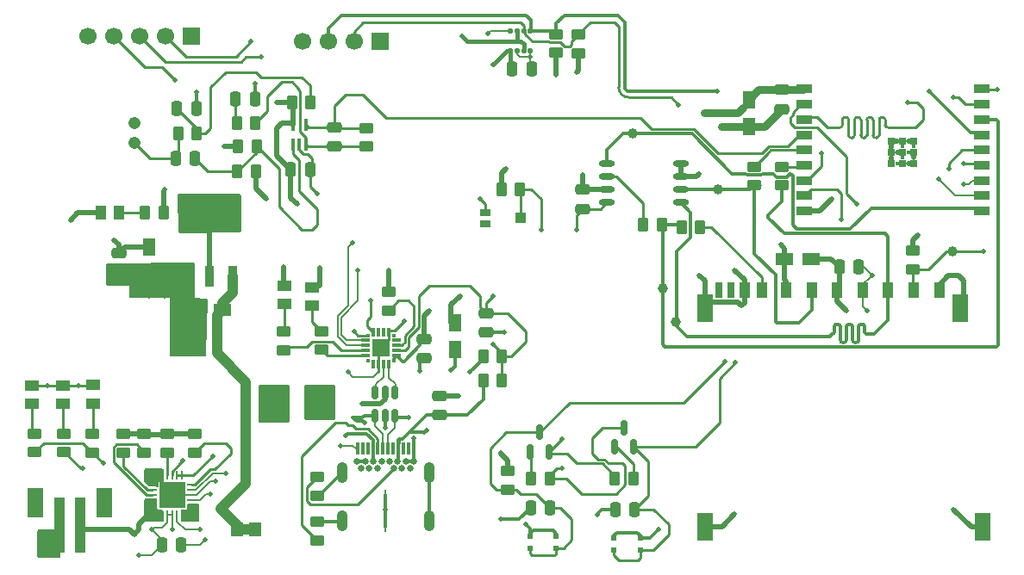
<source format=gbr>
%TF.GenerationSoftware,KiCad,Pcbnew,9.0.2*%
%TF.CreationDate,2025-06-28T16:23:08+05:30*%
%TF.ProjectId,ESP32 PCB,45535033-3220-4504-9342-2e6b69636164,rev?*%
%TF.SameCoordinates,Original*%
%TF.FileFunction,Copper,L1,Top*%
%TF.FilePolarity,Positive*%
%FSLAX46Y46*%
G04 Gerber Fmt 4.6, Leading zero omitted, Abs format (unit mm)*
G04 Created by KiCad (PCBNEW 9.0.2) date 2025-06-28 16:23:08*
%MOMM*%
%LPD*%
G01*
G04 APERTURE LIST*
G04 Aperture macros list*
%AMRoundRect*
0 Rectangle with rounded corners*
0 $1 Rounding radius*
0 $2 $3 $4 $5 $6 $7 $8 $9 X,Y pos of 4 corners*
0 Add a 4 corners polygon primitive as box body*
4,1,4,$2,$3,$4,$5,$6,$7,$8,$9,$2,$3,0*
0 Add four circle primitives for the rounded corners*
1,1,$1+$1,$2,$3*
1,1,$1+$1,$4,$5*
1,1,$1+$1,$6,$7*
1,1,$1+$1,$8,$9*
0 Add four rect primitives between the rounded corners*
20,1,$1+$1,$2,$3,$4,$5,0*
20,1,$1+$1,$4,$5,$6,$7,0*
20,1,$1+$1,$6,$7,$8,$9,0*
20,1,$1+$1,$8,$9,$2,$3,0*%
G04 Aperture macros list end*
%TA.AperFunction,SMDPad,CuDef*%
%ADD10O,1.600000X0.600000*%
%TD*%
%TA.AperFunction,SMDPad,CuDef*%
%ADD11R,1.800000X1.800000*%
%TD*%
%TA.AperFunction,SMDPad,CuDef*%
%ADD12R,0.900000X0.300000*%
%TD*%
%TA.AperFunction,SMDPad,CuDef*%
%ADD13R,0.400000X0.400000*%
%TD*%
%TA.AperFunction,SMDPad,CuDef*%
%ADD14R,0.300000X0.900000*%
%TD*%
%TA.AperFunction,SMDPad,CuDef*%
%ADD15RoundRect,0.250000X0.450000X-0.262500X0.450000X0.262500X-0.450000X0.262500X-0.450000X-0.262500X0*%
%TD*%
%TA.AperFunction,SMDPad,CuDef*%
%ADD16C,1.000000*%
%TD*%
%TA.AperFunction,SMDPad,CuDef*%
%ADD17RoundRect,0.250000X-0.250000X-0.475000X0.250000X-0.475000X0.250000X0.475000X-0.250000X0.475000X0*%
%TD*%
%TA.AperFunction,SMDPad,CuDef*%
%ADD18R,0.550000X0.570000*%
%TD*%
%TA.AperFunction,SMDPad,CuDef*%
%ADD19R,1.000000X1.400000*%
%TD*%
%TA.AperFunction,SMDPad,CuDef*%
%ADD20R,0.300000X1.200000*%
%TD*%
%TA.AperFunction,ComponentPad*%
%ADD21C,0.650000*%
%TD*%
%TA.AperFunction,SMDPad,CuDef*%
%ADD22R,0.200000X1.000000*%
%TD*%
%TA.AperFunction,ComponentPad*%
%ADD23O,1.050000X2.100000*%
%TD*%
%TA.AperFunction,SMDPad,CuDef*%
%ADD24RoundRect,0.250000X0.250000X0.475000X-0.250000X0.475000X-0.250000X-0.475000X0.250000X-0.475000X0*%
%TD*%
%TA.AperFunction,SMDPad,CuDef*%
%ADD25RoundRect,0.250000X0.262500X0.450000X-0.262500X0.450000X-0.262500X-0.450000X0.262500X-0.450000X0*%
%TD*%
%TA.AperFunction,ComponentPad*%
%ADD26R,1.700000X1.700000*%
%TD*%
%TA.AperFunction,ComponentPad*%
%ADD27C,1.700000*%
%TD*%
%TA.AperFunction,SMDPad,CuDef*%
%ADD28R,1.400000X1.000000*%
%TD*%
%TA.AperFunction,SMDPad,CuDef*%
%ADD29R,1.230000X1.800000*%
%TD*%
%TA.AperFunction,SMDPad,CuDef*%
%ADD30R,0.910000X2.810000*%
%TD*%
%TA.AperFunction,SMDPad,CuDef*%
%ADD31RoundRect,0.250000X0.475000X-0.250000X0.475000X0.250000X-0.475000X0.250000X-0.475000X-0.250000X0*%
%TD*%
%TA.AperFunction,SMDPad,CuDef*%
%ADD32RoundRect,0.250000X-0.262500X-0.450000X0.262500X-0.450000X0.262500X0.450000X-0.262500X0.450000X0*%
%TD*%
%TA.AperFunction,SMDPad,CuDef*%
%ADD33R,1.200000X1.470000*%
%TD*%
%TA.AperFunction,SMDPad,CuDef*%
%ADD34R,0.950000X2.150000*%
%TD*%
%TA.AperFunction,SMDPad,CuDef*%
%ADD35R,3.250000X2.150000*%
%TD*%
%TA.AperFunction,SMDPad,CuDef*%
%ADD36R,1.000000X5.500000*%
%TD*%
%TA.AperFunction,SMDPad,CuDef*%
%ADD37R,1.600000X3.000000*%
%TD*%
%TA.AperFunction,SMDPad,CuDef*%
%ADD38R,1.800000X1.230000*%
%TD*%
%TA.AperFunction,SMDPad,CuDef*%
%ADD39RoundRect,0.250000X-0.450000X0.262500X-0.450000X-0.262500X0.450000X-0.262500X0.450000X0.262500X0*%
%TD*%
%TA.AperFunction,SMDPad,CuDef*%
%ADD40RoundRect,0.062500X0.350000X0.062500X-0.350000X0.062500X-0.350000X-0.062500X0.350000X-0.062500X0*%
%TD*%
%TA.AperFunction,SMDPad,CuDef*%
%ADD41RoundRect,0.062500X0.062500X0.350000X-0.062500X0.350000X-0.062500X-0.350000X0.062500X-0.350000X0*%
%TD*%
%TA.AperFunction,HeatsinkPad*%
%ADD42R,2.500000X2.500000*%
%TD*%
%TA.AperFunction,SMDPad,CuDef*%
%ADD43R,1.100000X0.800000*%
%TD*%
%TA.AperFunction,SMDPad,CuDef*%
%ADD44R,1.100000X1.000000*%
%TD*%
%TA.AperFunction,SMDPad,CuDef*%
%ADD45RoundRect,0.150000X0.150000X-0.587500X0.150000X0.587500X-0.150000X0.587500X-0.150000X-0.587500X0*%
%TD*%
%TA.AperFunction,SMDPad,CuDef*%
%ADD46RoundRect,0.150000X-0.150000X0.512500X-0.150000X-0.512500X0.150000X-0.512500X0.150000X0.512500X0*%
%TD*%
%TA.AperFunction,SMDPad,CuDef*%
%ADD47RoundRect,0.056250X0.168750X-0.188750X0.168750X0.188750X-0.168750X0.188750X-0.168750X-0.188750X0*%
%TD*%
%TA.AperFunction,SMDPad,CuDef*%
%ADD48RoundRect,0.250000X-0.475000X0.250000X-0.475000X-0.250000X0.475000X-0.250000X0.475000X0.250000X0*%
%TD*%
%TA.AperFunction,ComponentPad*%
%ADD49C,1.208000*%
%TD*%
%TA.AperFunction,SMDPad,CuDef*%
%ADD50R,1.500000X0.900000*%
%TD*%
%TA.AperFunction,SMDPad,CuDef*%
%ADD51R,0.700000X0.700000*%
%TD*%
%TA.AperFunction,ComponentPad*%
%ADD52C,0.400000*%
%TD*%
%TA.AperFunction,ComponentPad*%
%ADD53C,0.600000*%
%TD*%
%TA.AperFunction,SMDPad,CuDef*%
%ADD54RoundRect,0.100000X0.100000X-0.495000X0.100000X0.495000X-0.100000X0.495000X-0.100000X-0.495000X0*%
%TD*%
%TA.AperFunction,SMDPad,CuDef*%
%ADD55R,1.000000X1.500000*%
%TD*%
%TA.AperFunction,SMDPad,CuDef*%
%ADD56R,0.700000X1.500000*%
%TD*%
%TA.AperFunction,SMDPad,CuDef*%
%ADD57R,1.500000X2.800000*%
%TD*%
%TA.AperFunction,ViaPad*%
%ADD58C,0.500000*%
%TD*%
%TA.AperFunction,ViaPad*%
%ADD59C,0.600000*%
%TD*%
%TA.AperFunction,Conductor*%
%ADD60C,0.500000*%
%TD*%
%TA.AperFunction,Conductor*%
%ADD61C,1.000000*%
%TD*%
%TA.AperFunction,Conductor*%
%ADD62C,0.200000*%
%TD*%
%TA.AperFunction,Conductor*%
%ADD63C,0.300000*%
%TD*%
%TA.AperFunction,Conductor*%
%ADD64C,0.254000*%
%TD*%
%TA.AperFunction,Conductor*%
%ADD65C,0.800000*%
%TD*%
%TA.AperFunction,Conductor*%
%ADD66C,0.400000*%
%TD*%
%TA.AperFunction,Conductor*%
%ADD67C,0.250000*%
%TD*%
G04 APERTURE END LIST*
D10*
%TO.P,U4,8,VCC*%
%TO.N,+3.3V*%
X212175000Y-100020000D03*
%TO.P,U4,7,~{HOLD}/~{RESET}(IO3)*%
X212175000Y-101290000D03*
%TO.P,U4,6,CLK*%
%TO.N,/ESP32-C3-02/SCLK*%
X212175000Y-102560000D03*
%TO.P,U4,5,DI(IO0)*%
%TO.N,/ESP32-C3-02/MOSI_DI*%
X212175000Y-103830000D03*
%TO.P,U4,4,GND*%
%TO.N,GND*%
X204975000Y-103830000D03*
%TO.P,U4,3,~{WP}(IO2)*%
%TO.N,+3.3V*%
X204975000Y-102560000D03*
%TO.P,U4,2,DO(IO1)*%
%TO.N,Net-(U4-DO(IO1))*%
X204975000Y-101290000D03*
%TO.P,U4,1,~{CS}*%
%TO.N,/ESP32-C3-02/CS*%
X204975000Y-100020000D03*
%TD*%
D11*
%TO.P,U3,21,GND*%
%TO.N,GND*%
X182750000Y-118150000D03*
D12*
%TO.P,U3,20,~{TXT}/GPIO.2*%
%TO.N,Net-(U3-~{TXT}{slash}GPIO.2)*%
X181200000Y-118900000D03*
%TO.P,U3,19,~{RXT}/GPIO.3*%
%TO.N,Net-(U3-~{RXT}{slash}GPIO.3)*%
X181200000Y-118400000D03*
%TO.P,U3,18,TXD*%
%TO.N,/ESP32-C3-02/TX_RX*%
X181200000Y-117900000D03*
%TO.P,U3,17,RXD*%
%TO.N,/ESP32-C3-02/RX_TX*%
X181200000Y-117400000D03*
D13*
%TO.P,U3,16,~{RTS}*%
%TO.N,/ESP32-C3-02/RTS*%
X181500000Y-116900000D03*
D14*
%TO.P,U3,15,~{CTS}*%
%TO.N,/ESP32-C3-02/DTR*%
X182000000Y-116600000D03*
%TO.P,U3,14,SUSPEND*%
%TO.N,unconnected-(U3-SUSPEND-Pad14)*%
X182500000Y-116600000D03*
%TO.P,U3,13,~{WAKEUP}*%
%TO.N,unconnected-(U3-~{WAKEUP}-Pad13)*%
X183000000Y-116600000D03*
%TO.P,U3,12,GND*%
%TO.N,GND*%
X183500000Y-116600000D03*
D13*
%TO.P,U3,11,~{SUSPEND}*%
%TO.N,unconnected-(U3-~{SUSPEND}-Pad11)*%
X184000000Y-116900000D03*
D12*
%TO.P,U3,10,NC*%
%TO.N,unconnected-(U3-NC-Pad10)*%
X184300000Y-117400000D03*
%TO.P,U3,9,~{RST}*%
%TO.N,Net-(U3-~{RST})*%
X184300000Y-117900000D03*
%TO.P,U3,8,VBUS*%
%TO.N,Net-(U3-VBUS)*%
X184300000Y-118400000D03*
%TO.P,U3,7,VREGIN*%
%TO.N,+3.3V*%
X184300000Y-118900000D03*
D13*
%TO.P,U3,6,VDD*%
X184000000Y-119400000D03*
D14*
%TO.P,U3,5,D-*%
%TO.N,/ESP32-C3-02/D-*%
X183500000Y-119700000D03*
%TO.P,U3,4,D+*%
%TO.N,/ESP32-C3-02/D+*%
X183000000Y-119700000D03*
%TO.P,U3,3,GND*%
%TO.N,GND*%
X182500000Y-119700000D03*
%TO.P,U3,2,CLK/GPIO.0*%
%TO.N,unconnected-(U3-CLK{slash}GPIO.0-Pad2)*%
X182000000Y-119700000D03*
D13*
%TO.P,U3,1,RS485/GPIO.1*%
%TO.N,unconnected-(U3-RS485{slash}GPIO.1-Pad1)*%
X181500000Y-119400000D03*
%TD*%
D15*
%TO.P,R5,1*%
%TO.N,/CHARGING POWER GOOD*%
X154375000Y-128412500D03*
%TO.P,R5,2*%
%TO.N,Net-(LED3-K)*%
X154375000Y-126587500D03*
%TD*%
D16*
%TO.P,TP4,1,1*%
%TO.N,/ESP32-C3-02/SCLK*%
X215875000Y-102575000D03*
%TD*%
D17*
%TO.P,C15,1*%
%TO.N,+3.3V*%
X195650000Y-90675000D03*
%TO.P,C15,2*%
%TO.N,GND*%
X197550000Y-90675000D03*
%TD*%
D18*
%TO.P,S1,1*%
%TO.N,GND*%
X205650000Y-136870000D03*
%TO.P,S1,2*%
X208200000Y-136870000D03*
%TO.P,S1,3*%
%TO.N,/ESP32-C3-02/BOOT*%
X205650000Y-138030000D03*
%TO.P,S1,4*%
X208200000Y-138030000D03*
%TD*%
D19*
%TO.P,LED4,1,K*%
%TO.N,Net-(LED4-K)*%
X157025000Y-104860000D03*
%TO.P,LED4,2,A*%
%TO.N,+3.3V*%
X155225000Y-104860000D03*
%TD*%
D20*
%TO.P,J1,A1,GNDA1*%
%TO.N,GND*%
X180450000Y-128015000D03*
%TO.P,J1,A2,SSTXP1*%
%TO.N,unconnected-(J1-SSTXP1-PadA2)*%
X180950000Y-128015000D03*
%TO.P,J1,A3,SSTXN1*%
%TO.N,unconnected-(J1-SSTXN1-PadA3)*%
X181450000Y-128015000D03*
%TO.P,J1,A4,VBUSA1*%
%TO.N,/VBUS*%
X181950000Y-128015000D03*
%TO.P,J1,A5,CC1*%
%TO.N,Net-(J1-CC1)*%
X182450000Y-128015000D03*
%TO.P,J1,A6,DP1*%
%TO.N,/USB_DP*%
X182950000Y-128015000D03*
%TO.P,J1,A7,DN1*%
%TO.N,/USB_DN*%
X183450000Y-128015000D03*
%TO.P,J1,A8,SBU1*%
%TO.N,unconnected-(J1-SBU1-PadA8)*%
X183950000Y-128015000D03*
%TO.P,J1,A9,VBUSA2*%
%TO.N,/VBUS*%
X184450000Y-128015000D03*
%TO.P,J1,A10,SSRXN2*%
%TO.N,unconnected-(J1-SSRXN2-PadA10)*%
X184950000Y-128015000D03*
%TO.P,J1,A11,SSRXP2*%
%TO.N,unconnected-(J1-SSRXP2-PadA11)*%
X185450000Y-128015000D03*
%TO.P,J1,A12,GNDA2*%
%TO.N,GND*%
X185950000Y-128015000D03*
D21*
%TO.P,J1,B1,GNDB1*%
X186000000Y-129265000D03*
%TO.P,J1,B2,SSTXP2*%
%TO.N,unconnected-(J1-SSTXP2-PadB2)*%
X185600000Y-129975000D03*
%TO.P,J1,B3,SSTXN2*%
%TO.N,unconnected-(J1-SSTXN2-PadB3)*%
X184800000Y-129975000D03*
%TO.P,J1,B4,VBUSB1*%
%TO.N,/VBUS*%
X184400000Y-129265000D03*
%TO.P,J1,B5,CC2*%
%TO.N,Net-(J1-CC2)*%
X184000000Y-129975000D03*
%TO.P,J1,B6,DP2*%
%TO.N,/USB_DP*%
X183600000Y-129265000D03*
%TO.P,J1,B7,DN2*%
%TO.N,/USB_DN*%
X182800000Y-129265000D03*
%TO.P,J1,B8,SBU2*%
%TO.N,unconnected-(J1-SBU2-PadB8)*%
X182400000Y-129975000D03*
%TO.P,J1,B9,VBUSB2*%
%TO.N,/VBUS*%
X182000000Y-129265000D03*
%TO.P,J1,B10,SSRXN1*%
%TO.N,unconnected-(J1-SSRXN1-PadB10)*%
X181600000Y-129975000D03*
%TO.P,J1,B11,SSRXP1*%
%TO.N,unconnected-(J1-SSRXP1-PadB11)*%
X180800000Y-129975000D03*
%TO.P,J1,B12,GNDB2*%
%TO.N,GND*%
X180400000Y-129265000D03*
%TO.P,J1,G1,GND/SHIELD*%
X185200000Y-129265000D03*
%TO.P,J1,G2,GND/SHIELD*%
X181200000Y-129265000D03*
D22*
%TO.P,J1,G3,GND/SHIELD*%
X183200000Y-132595000D03*
%TO.P,J1,G4,GND/SHIELD*%
X183200000Y-135695000D03*
D23*
%TO.P,J1,S1,GND/SHIELD*%
X178930000Y-130415000D03*
%TO.P,J1,S2,GND/SHIELD*%
X187470000Y-130415000D03*
%TO.P,J1,S3,GND/SHIELD*%
X178930000Y-135145000D03*
%TO.P,J1,S4,GND/SHIELD*%
X187470000Y-135145000D03*
%TD*%
D24*
%TO.P,C14,1*%
%TO.N,GND*%
X229675000Y-110175000D03*
%TO.P,C14,2*%
%TO.N,+3.3V*%
X227775000Y-110175000D03*
%TD*%
D25*
%TO.P,R29,1*%
%TO.N,/ESP32-C3-02/DTR*%
X199312500Y-130950000D03*
%TO.P,R29,2*%
%TO.N,Net-(Q2-B)*%
X197487500Y-130950000D03*
%TD*%
D15*
%TO.P,R18,1*%
%TO.N,/ESP32-C3-02/sc_SD*%
X235000000Y-110375000D03*
%TO.P,R18,2*%
%TO.N,+3.3V*%
X235000000Y-108550000D03*
%TD*%
D26*
%TO.P,J4,1,Pin_1*%
%TO.N,+3.3V*%
X182630000Y-88000000D03*
D27*
%TO.P,J4,2,Pin_2*%
%TO.N,/ESP32-C3-02/sDA*%
X180090000Y-88000000D03*
%TO.P,J4,3,Pin_3*%
%TO.N,/ESP32-C3-02/SCL*%
X177550000Y-88000000D03*
%TO.P,J4,4,Pin_4*%
%TO.N,GND*%
X175010000Y-88000000D03*
%TD*%
D28*
%TO.P,LED2,1,K*%
%TO.N,Net-(LED2-K)*%
X151500000Y-123650000D03*
%TO.P,LED2,2,A*%
%TO.N,/+5V_USB*%
X151500000Y-121850000D03*
%TD*%
D24*
%TO.P,C20,1*%
%TO.N,/ESP32-C3-02/EN*%
X199350000Y-133850000D03*
%TO.P,C20,2*%
%TO.N,GND*%
X197450000Y-133850000D03*
%TD*%
D29*
%TO.P,C13,1*%
%TO.N,+3.3V*%
X218865000Y-93700000D03*
%TO.P,C13,2*%
%TO.N,GND*%
X218865000Y-96320000D03*
%TD*%
D30*
%TO.P,F1,1,1*%
%TO.N,/VBUS*%
X176245000Y-123575000D03*
%TO.P,F1,2,2*%
%TO.N,/+5V_USB*%
X173005000Y-123575000D03*
%TD*%
D25*
%TO.P,R1X1,1*%
%TO.N,Net-(Jx1-DAT0)*%
X214087500Y-106225000D03*
%TO.P,R1X1,2*%
%TO.N,/ESP32-C3-02/MISO_DO*%
X212262500Y-106225000D03*
%TD*%
D28*
%TO.P,LED1,1,K*%
%TO.N,Net-(LED1-K)*%
X148425000Y-123650000D03*
%TO.P,LED1,2,A*%
%TO.N,/+5V_USB*%
X148425000Y-121850000D03*
%TD*%
D31*
%TO.P,C9,1*%
%TO.N,GND*%
X187000000Y-119175000D03*
%TO.P,C9,2*%
%TO.N,+3.3V*%
X187000000Y-117275000D03*
%TD*%
D25*
%TO.P,R6,1*%
%TO.N,GND*%
X161375000Y-104860000D03*
%TO.P,R6,2*%
%TO.N,Net-(LED4-K)*%
X159550000Y-104860000D03*
%TD*%
D15*
%TO.P,R31,1*%
%TO.N,/ESP32-C3-02/EN*%
X195200000Y-132062500D03*
%TO.P,R31,2*%
%TO.N,+3.3V*%
X195200000Y-130237500D03*
%TD*%
D24*
%TO.P,C19,1*%
%TO.N,/ESP32-C3-02/BOOT*%
X207675000Y-134050000D03*
%TO.P,C19,2*%
%TO.N,GND*%
X205775000Y-134050000D03*
%TD*%
D29*
%TO.P,C3,1*%
%TO.N,+3.3V*%
X160000000Y-108190000D03*
%TO.P,C3,2*%
%TO.N,GND*%
X160000000Y-110810000D03*
%TD*%
D24*
%TO.P,C21,1*%
%TO.N,GND*%
X170375000Y-93625000D03*
%TO.P,C21,2*%
%TO.N,Net-(C21-Pad2)*%
X168475000Y-93625000D03*
%TD*%
D29*
%TO.P,C8,1*%
%TO.N,+3.3V*%
X190000000Y-115640000D03*
%TO.P,C8,2*%
%TO.N,GND*%
X190000000Y-118260000D03*
%TD*%
D32*
%TO.P,R27,1*%
%TO.N,+3.3V*%
X194587500Y-102500000D03*
%TO.P,R27,2*%
%TO.N,/ESP32-C3-02/Photo C*%
X196412500Y-102500000D03*
%TD*%
D15*
%TO.P,R16,1*%
%TO.N,Net-(U3-~{RXT}{slash}GPIO.3)*%
X173225000Y-118350000D03*
%TO.P,R16,2*%
%TO.N,Net-(LED5-K)*%
X173225000Y-116525000D03*
%TD*%
D25*
%TO.P,R14,1*%
%TO.N,/ESP32-C3-02/MISO_DO*%
X210312500Y-106000000D03*
%TO.P,R14,2*%
%TO.N,Net-(U4-DO(IO1))*%
X208487500Y-106000000D03*
%TD*%
D33*
%TO.P,FB1,1*%
%TO.N,+5V*%
X168640000Y-136000000D03*
%TO.P,FB1,2*%
X170360000Y-136000000D03*
%TD*%
D34*
%TO.P,VR1,1,GND*%
%TO.N,GND*%
X163625000Y-111060000D03*
%TO.P,VR1,2,VOUT_2*%
%TO.N,+3.3V*%
X165925000Y-111060000D03*
%TO.P,VR1,3,VIN*%
%TO.N,+5V*%
X168225000Y-111060000D03*
D35*
%TO.P,VR1,4,VOUT_4*%
%TO.N,+3.3V*%
X165925000Y-105260000D03*
%TD*%
D17*
%TO.P,C18,1*%
%TO.N,+3.3V*%
X173900000Y-100610000D03*
%TO.P,C18,2*%
%TO.N,GND*%
X175800000Y-100610000D03*
%TD*%
D31*
%TO.P,C5,1*%
%TO.N,/VBUS*%
X188500000Y-124750000D03*
%TO.P,C5,2*%
%TO.N,GND*%
X188500000Y-122850000D03*
%TD*%
D25*
%TO.P,R25,1*%
%TO.N,Net-(U7-IN+)*%
X170525000Y-98325000D03*
%TO.P,R25,2*%
%TO.N,GND*%
X168700000Y-98325000D03*
%TD*%
D15*
%TO.P,R15,1*%
%TO.N,Net-(U3-~{TXT}{slash}GPIO.2)*%
X176925000Y-118312500D03*
%TO.P,R15,2*%
%TO.N,Net-(LED6-K)*%
X176925000Y-116487500D03*
%TD*%
D32*
%TO.P,R30,1*%
%TO.N,/ESP32-C3-02/RTS*%
X205712500Y-130950000D03*
%TO.P,R30,2*%
%TO.N,Net-(Q3-B)*%
X207537500Y-130950000D03*
%TD*%
%TO.P,R22,1*%
%TO.N,+3.3V*%
X174000000Y-94000000D03*
%TO.P,R22,2*%
%TO.N,Net-(C16-Pad2)*%
X175825000Y-94000000D03*
%TD*%
D36*
%TO.P,J3,1,1*%
%TO.N,GND*%
X151200000Y-135600000D03*
%TO.P,J3,2,2*%
%TO.N,/VBat*%
X153200000Y-135600000D03*
D37*
%TO.P,J3,S1*%
%TO.N,N/C*%
X148800000Y-133350000D03*
%TO.P,J3,S2*%
X155600000Y-133350000D03*
%TD*%
D38*
%TO.P,C12,1*%
%TO.N,+3.3V*%
X225025000Y-109375000D03*
%TO.P,C12,2*%
%TO.N,GND*%
X222405000Y-109375000D03*
%TD*%
D15*
%TO.P,R17,1*%
%TO.N,/ESP32-C3-02/SCLK*%
X219425000Y-102150000D03*
%TO.P,R17,2*%
%TO.N,Net-(U5-IO6)*%
X219425000Y-100325000D03*
%TD*%
D38*
%TO.P,C2,1*%
%TO.N,+5V*%
X167170000Y-114385000D03*
%TO.P,C2,2*%
%TO.N,GND*%
X164550000Y-114385000D03*
%TD*%
D15*
%TO.P,R9,1*%
%TO.N,Net-(U1-PROG1)*%
X159500000Y-128412500D03*
%TO.P,R9,2*%
%TO.N,GND*%
X159500000Y-126587500D03*
%TD*%
%TO.P,R28,1*%
%TO.N,Net-(U7-IN-)*%
X181350000Y-98337500D03*
%TO.P,R28,2*%
%TO.N,/ESP32-C3-02/MIC_OUT*%
X181350000Y-96512500D03*
%TD*%
D39*
%TO.P,R2,1*%
%TO.N,Net-(J1-CC2)*%
X176470000Y-130832500D03*
%TO.P,R2,2*%
%TO.N,GND*%
X176470000Y-132657500D03*
%TD*%
D40*
%TO.P,U1,1,OUT*%
%TO.N,+5V*%
X164162500Y-133612500D03*
%TO.P,U1,2,VPCC*%
%TO.N,/+5V_USB*%
X164162500Y-133112500D03*
%TO.P,U1,3,SEL*%
%TO.N,GND*%
X164162500Y-132612500D03*
%TO.P,U1,4,PROG2*%
%TO.N,/+5V_USB*%
X164162500Y-132112500D03*
%TO.P,U1,5,THERM*%
%TO.N,Net-(U1-THERM)*%
X164162500Y-131612500D03*
D41*
%TO.P,U1,6,~{PG}*%
%TO.N,/CHARGING POWER GOOD*%
X163225000Y-130675000D03*
%TO.P,U1,7,STAT2*%
X162725000Y-130675000D03*
%TO.P,U1,8,STAT1/~{LBO}*%
%TO.N,/CHARGED *%
X162225000Y-130675000D03*
%TO.P,U1,9,~{TE}*%
%TO.N,Net-(U1-~{TE})*%
X161725000Y-130675000D03*
%TO.P,U1,10,V_{SS}*%
%TO.N,GND*%
X161225000Y-130675000D03*
D40*
%TO.P,U1,11,V_{SS}*%
X160287500Y-131612500D03*
%TO.P,U1,12,PROG3*%
%TO.N,Net-(U1-PROG3)*%
X160287500Y-132112500D03*
%TO.P,U1,13,PROG1*%
%TO.N,Net-(U1-PROG1)*%
X160287500Y-132612500D03*
%TO.P,U1,14,V_{BAT}*%
%TO.N,/VBat*%
X160287500Y-133112500D03*
%TO.P,U1,15,V_{BAT}*%
X160287500Y-133612500D03*
D41*
%TO.P,U1,16,V_{BAT_SENSE}*%
X161225000Y-134550000D03*
%TO.P,U1,17,CE*%
%TO.N,/+5V_USB*%
X161725000Y-134550000D03*
%TO.P,U1,18,IN*%
X162225000Y-134550000D03*
%TO.P,U1,19,IN*%
X162725000Y-134550000D03*
%TO.P,U1,20,OUT*%
%TO.N,+5V*%
X163225000Y-134550000D03*
D42*
%TO.P,U1,21,V_{SS}*%
%TO.N,GND*%
X162225000Y-132612500D03*
%TD*%
D15*
%TO.P,R8,1*%
%TO.N,Net-(U1-THERM)*%
X164500000Y-128412500D03*
%TO.P,R8,2*%
%TO.N,GND*%
X164500000Y-126587500D03*
%TD*%
D28*
%TO.P,LED6,1,K*%
%TO.N,Net-(LED6-K)*%
X176000000Y-113962500D03*
%TO.P,LED6,2,A*%
%TO.N,+3.3V*%
X176000000Y-112162500D03*
%TD*%
D43*
%TO.P,Q1,1*%
%TO.N,GND*%
X192970000Y-104825000D03*
%TO.P,Q1,2*%
%TO.N,N/C*%
X192970000Y-105925000D03*
D44*
%TO.P,Q1,3*%
%TO.N,/ESP32-C3-02/Photo C*%
X196480000Y-105375000D03*
%TD*%
D25*
%TO.P,R26,1*%
%TO.N,Net-(U7-IN-)*%
X170412500Y-96000000D03*
%TO.P,R26,2*%
%TO.N,Net-(C21-Pad2)*%
X168587500Y-96000000D03*
%TD*%
D45*
%TO.P,Q2,1,B*%
%TO.N,Net-(Q2-B)*%
X197400000Y-128325000D03*
%TO.P,Q2,2,E*%
%TO.N,/ESP32-C3-02/RTS*%
X199300000Y-128325000D03*
%TO.P,Q2,3,C*%
%TO.N,/ESP32-C3-02/EN*%
X198350000Y-126450000D03*
%TD*%
D28*
%TO.P,LED3,1,K*%
%TO.N,Net-(LED3-K)*%
X154475000Y-123600000D03*
%TO.P,LED3,2,A*%
%TO.N,/+5V_USB*%
X154475000Y-121800000D03*
%TD*%
D24*
%TO.P,C16,1*%
%TO.N,GND*%
X164625000Y-94600000D03*
%TO.P,C16,2*%
%TO.N,Net-(C16-Pad2)*%
X162725000Y-94600000D03*
%TD*%
D17*
%TO.P,C6,1*%
%TO.N,/+5V_USB*%
X161225000Y-137500000D03*
%TO.P,C6,2*%
%TO.N,GND*%
X163125000Y-137500000D03*
%TD*%
D39*
%TO.P,R19,1*%
%TO.N,Net-(U5-IO7)*%
X222115000Y-100312500D03*
%TO.P,R19,2*%
%TO.N,/ESP32-C3-02/MOSI_DI*%
X222115000Y-102137500D03*
%TD*%
%TO.P,R21,1*%
%TO.N,/ESP32-C3-02/SCL*%
X199975000Y-87287500D03*
%TO.P,R21,2*%
%TO.N,+3.3V*%
X199975000Y-89112500D03*
%TD*%
D25*
%TO.P,R24,1*%
%TO.N,+3.3V*%
X170462500Y-100775000D03*
%TO.P,R24,2*%
%TO.N,Net-(U7-IN+)*%
X168637500Y-100775000D03*
%TD*%
D46*
%TO.P,U2,1,I/O1*%
%TO.N,/ESP32-C3-02/D-*%
X184100000Y-122537500D03*
%TO.P,U2,2,GND*%
%TO.N,GND*%
X183150000Y-122537500D03*
%TO.P,U2,3,I/O2*%
%TO.N,/ESP32-C3-02/D+*%
X182200000Y-122537500D03*
%TO.P,U2,4,I/O2*%
%TO.N,/USB_DP*%
X182200000Y-124812500D03*
%TO.P,U2,5,VBUS*%
%TO.N,/VBUS*%
X183150000Y-124812500D03*
%TO.P,U2,6,I/O1*%
%TO.N,/USB_DN*%
X184100000Y-124812500D03*
%TD*%
D17*
%TO.P,C22,1*%
%TO.N,Net-(C22-Pad1)*%
X162600000Y-99500000D03*
%TO.P,C22,2*%
%TO.N,Net-(U7-IN+)*%
X164500000Y-99500000D03*
%TD*%
D16*
%TO.P,TP5,1,1*%
%TO.N,/ESP32-C3-02/CS*%
X207450000Y-97025000D03*
%TD*%
D47*
%TO.P,U6,1,GND*%
%TO.N,GND*%
X195475000Y-86955000D03*
%TO.P,U6,2,CSB*%
%TO.N,+3.3V*%
X196125000Y-86955000D03*
%TO.P,U6,3,SDI*%
%TO.N,/ESP32-C3-02/sDA*%
X196775000Y-86955000D03*
%TO.P,U6,4,SCK*%
%TO.N,/ESP32-C3-02/SCL*%
X197425000Y-86955000D03*
%TO.P,U6,5,SDO*%
%TO.N,GND*%
X197425000Y-88895000D03*
%TO.P,U6,6,VDDIO*%
%TO.N,+3.3V*%
X196775000Y-88895000D03*
%TO.P,U6,7,GND*%
%TO.N,GND*%
X196125000Y-88895000D03*
%TO.P,U6,8,VDD*%
%TO.N,+3.3V*%
X195475000Y-88895000D03*
%TD*%
D48*
%TO.P,C4,1*%
%TO.N,+3.3V*%
X157025000Y-108800000D03*
%TO.P,C4,2*%
%TO.N,GND*%
X157025000Y-110700000D03*
%TD*%
D16*
%TO.P,TP2,1,1*%
%TO.N,/ESP32-C3-02/sc_SD*%
X238850000Y-108600000D03*
%TD*%
D26*
%TO.P,J5,1,Pin_1*%
%TO.N,+3.3V*%
X164125000Y-87450000D03*
D27*
%TO.P,J5,2,Pin_2*%
%TO.N,/ESP32-C3-02/GPIO 8*%
X161585000Y-87450000D03*
%TO.P,J5,3,Pin_3*%
%TO.N,/ESP32-C3-02/GPIO18*%
X159045000Y-87450000D03*
%TO.P,J5,4,Pin_4*%
%TO.N,/ESP32-C3-02/GPIO19*%
X156505000Y-87450000D03*
%TO.P,J5,5,Pin_5*%
%TO.N,GND*%
X153965000Y-87450000D03*
%TD*%
D49*
%TO.P,MK1,GND*%
%TO.N,GND*%
X158500000Y-96050000D03*
%TO.P,MK1,OUT*%
%TO.N,Net-(C22-Pad1)*%
X158500000Y-97950000D03*
%TD*%
D15*
%TO.P,R1,1*%
%TO.N,Net-(J1-CC1)*%
X176520000Y-137057500D03*
%TO.P,R1,2*%
%TO.N,GND*%
X176520000Y-135232500D03*
%TD*%
D39*
%TO.P,R20,1*%
%TO.N,/ESP32-C3-02/sDA*%
X202175000Y-87300000D03*
%TO.P,R20,2*%
%TO.N,+3.3V*%
X202175000Y-89125000D03*
%TD*%
D15*
%TO.P,R4,1*%
%TO.N,/CHARGED *%
X151625000Y-128375000D03*
%TO.P,R4,2*%
%TO.N,Net-(LED2-K)*%
X151625000Y-126550000D03*
%TD*%
D16*
%TO.P,TP1,1,1*%
%TO.N,/ESP32-C3-02/MISO_DO*%
X210425000Y-112300000D03*
%TD*%
D15*
%TO.P,R10,1*%
%TO.N,Net-(U1-PROG3)*%
X157475000Y-128425000D03*
%TO.P,R10,2*%
%TO.N,GND*%
X157475000Y-126600000D03*
%TD*%
D31*
%TO.P,C17,1*%
%TO.N,Net-(U7-IN-)*%
X178200000Y-98325000D03*
%TO.P,C17,2*%
%TO.N,/ESP32-C3-02/MIC_OUT*%
X178200000Y-96425000D03*
%TD*%
D48*
%TO.P,C10,1*%
%TO.N,+3.3V*%
X202575000Y-102575000D03*
%TO.P,C10,2*%
%TO.N,GND*%
X202575000Y-104475000D03*
%TD*%
D45*
%TO.P,Q3,1,B*%
%TO.N,Net-(Q3-B)*%
X205675000Y-127862500D03*
%TO.P,Q3,2,E*%
%TO.N,/ESP32-C3-02/BOOT*%
X207575000Y-127862500D03*
%TO.P,Q3,3,C*%
%TO.N,/ESP32-C3-02/DTR*%
X206625000Y-125987500D03*
%TD*%
D25*
%TO.P,R23,1*%
%TO.N,Net-(C16-Pad2)*%
X164650000Y-97000000D03*
%TO.P,R23,2*%
%TO.N,Net-(C22-Pad1)*%
X162825000Y-97000000D03*
%TD*%
D31*
%TO.P,C11,1*%
%TO.N,GND*%
X222090000Y-94650000D03*
%TO.P,C11,2*%
%TO.N,+3.3V*%
X222090000Y-92750000D03*
%TD*%
D24*
%TO.P,C1,1*%
%TO.N,+5V*%
X166650000Y-117285000D03*
%TO.P,C1,2*%
%TO.N,GND*%
X164750000Y-117285000D03*
%TD*%
D50*
%TO.P,U5,1,3V3*%
%TO.N,+3.3V*%
X224300000Y-92675000D03*
%TO.P,U5,2,EN*%
%TO.N,/ESP32-C3-02/EN*%
X224300000Y-94175000D03*
%TO.P,U5,3,IO4*%
%TO.N,/ESP32-C3-02/sDA*%
X224300000Y-95675000D03*
%TO.P,U5,4,IO5*%
%TO.N,/ESP32-C3-02/MIC_OUT*%
X224300000Y-97175000D03*
%TO.P,U5,5,IO6*%
%TO.N,Net-(U5-IO6)*%
X224300000Y-98675000D03*
%TO.P,U5,6,IO7*%
%TO.N,Net-(U5-IO7)*%
X224300000Y-100175000D03*
%TO.P,U5,7,IO8*%
%TO.N,/ESP32-C3-02/GPIO 8*%
X224300000Y-101675000D03*
%TO.P,U5,8,IO9*%
%TO.N,/ESP32-C3-02/BOOT*%
X224300000Y-103175000D03*
%TO.P,U5,9,GND*%
%TO.N,GND*%
X224300000Y-104675000D03*
%TO.P,U5,10,IO10*%
%TO.N,/ESP32-C3-02/CS*%
X241800000Y-104675000D03*
%TO.P,U5,11,RXD*%
%TO.N,/ESP32-C3-02/TX_RX*%
X241800000Y-103175000D03*
%TO.P,U5,12,TXD*%
%TO.N,/ESP32-C3-02/RX_TX*%
X241800000Y-101675000D03*
%TO.P,U5,13,IO18*%
%TO.N,/ESP32-C3-02/GPIO18*%
X241800000Y-100175000D03*
%TO.P,U5,14,IO19*%
%TO.N,/ESP32-C3-02/GPIO19*%
X241800000Y-98675000D03*
%TO.P,U5,15,IO3*%
%TO.N,/ESP32-C3-02/SCL*%
X241800000Y-97175000D03*
%TO.P,U5,16,IO2*%
%TO.N,/ESP32-C3-02/MISO_DO*%
X241800000Y-95675000D03*
%TO.P,U5,17,IO1*%
%TO.N,/ESP32-C3-02/Photo C*%
X241800000Y-94175000D03*
%TO.P,U5,18,IO0*%
%TO.N,/ESP32-C3-02/sc_SD*%
X241800000Y-92675000D03*
D51*
%TO.P,U5,19,GND*%
%TO.N,GND*%
X232910000Y-97775000D03*
%TO.P,U5,20,GND*%
X234010000Y-97775000D03*
%TO.P,U5,21,GND*%
X235110000Y-97775000D03*
%TO.P,U5,22,GND*%
X232910000Y-98875000D03*
%TO.P,U5,23,GND*%
X234010000Y-98875000D03*
%TO.P,U5,24,GND*%
X235110000Y-98875000D03*
%TO.P,U5,25,GND*%
X232910000Y-99975000D03*
%TO.P,U5,26,GND*%
X234010000Y-99975000D03*
%TO.P,U5,27,GND*%
X235110000Y-99975000D03*
D52*
%TO.P,U5,28,GND*%
X233460000Y-97775000D03*
%TO.P,U5,29,GND*%
X234560000Y-97775000D03*
D53*
%TO.P,U5,30,GND*%
X232910000Y-98325000D03*
D52*
%TO.P,U5,31,GND*%
X234010000Y-98325000D03*
%TO.P,U5,32,GND*%
X235110000Y-98325000D03*
%TO.P,U5,33,GND*%
X233460000Y-98875000D03*
%TO.P,U5,34,GND*%
X234560000Y-98875000D03*
%TO.P,U5,35,GND*%
X232910000Y-99425000D03*
%TO.P,U5,36,GND*%
X234010000Y-99425000D03*
%TO.P,U5,37,GND*%
X235110000Y-99425000D03*
%TO.P,U5,38,GND*%
X233460000Y-99975000D03*
%TO.P,U5,39,GND*%
X234560000Y-99975000D03*
%TD*%
D48*
%TO.P,C7,1*%
%TO.N,Net-(U3-VBUS)*%
X193050000Y-114700000D03*
%TO.P,C7,2*%
%TO.N,GND*%
X193050000Y-116600000D03*
%TD*%
D15*
%TO.P,R7,1*%
%TO.N,Net-(U1-~{TE})*%
X161725000Y-128437500D03*
%TO.P,R7,2*%
%TO.N,GND*%
X161725000Y-126612500D03*
%TD*%
%TO.P,R3,1*%
%TO.N,/CHARGING POWER GOOD*%
X148725000Y-128387500D03*
%TO.P,R3,2*%
%TO.N,Net-(LED1-K)*%
X148725000Y-126562500D03*
%TD*%
D25*
%TO.P,R11,1*%
%TO.N,Net-(U3-VBUS)*%
X194637500Y-121375000D03*
%TO.P,R11,2*%
%TO.N,/VBUS*%
X192812500Y-121375000D03*
%TD*%
D28*
%TO.P,LED5,1,K*%
%TO.N,Net-(LED5-K)*%
X173275000Y-113812500D03*
%TO.P,LED5,2,A*%
%TO.N,+3.3V*%
X173275000Y-112012500D03*
%TD*%
D54*
%TO.P,U7,1,IN+*%
%TO.N,Net-(U7-IN+)*%
X174075000Y-98120000D03*
%TO.P,U7,2,GND*%
%TO.N,GND*%
X174725000Y-98120000D03*
%TO.P,U7,3,IN-*%
%TO.N,Net-(U7-IN-)*%
X175375000Y-98120000D03*
%TO.P,U7,4,OUT*%
%TO.N,/ESP32-C3-02/MIC_OUT*%
X175375000Y-96200000D03*
%TO.P,U7,5,VCC*%
%TO.N,+3.3V*%
X174075000Y-96200000D03*
%TD*%
D16*
%TO.P,TP3,1,1*%
%TO.N,/ESP32-C3-02/MOSI_DI*%
X211750000Y-115550000D03*
%TD*%
D18*
%TO.P,S2,1*%
%TO.N,GND*%
X197425000Y-136670000D03*
%TO.P,S2,2*%
X199975000Y-136670000D03*
%TO.P,S2,3*%
%TO.N,/ESP32-C3-02/EN*%
X197425000Y-137830000D03*
%TO.P,S2,4*%
X199975000Y-137830000D03*
%TD*%
D39*
%TO.P,R13,1*%
%TO.N,+3.3V*%
X183475000Y-112637500D03*
%TO.P,R13,2*%
%TO.N,Net-(U3-~{RST})*%
X183475000Y-114462500D03*
%TD*%
D32*
%TO.P,R12,1*%
%TO.N,GND*%
X192812500Y-118975000D03*
%TO.P,R12,2*%
%TO.N,Net-(U3-VBUS)*%
X194637500Y-118975000D03*
%TD*%
D55*
%TO.P,Jx1,1,CD/DAT3*%
%TO.N,/ESP32-C3-02/sc_SD*%
X235075000Y-112450000D03*
%TO.P,Jx1,2,CMD*%
%TO.N,/ESP32-C3-02/MOSI_DI*%
X232575000Y-112450000D03*
%TO.P,Jx1,3,VSS1*%
%TO.N,GND*%
X230075000Y-112450000D03*
%TO.P,Jx1,4,VDD1*%
%TO.N,+3.3V*%
X227575000Y-112450000D03*
%TO.P,Jx1,5,CLK*%
%TO.N,/ESP32-C3-02/SCLK*%
X225075000Y-112450000D03*
%TO.P,Jx1,6,VSS2*%
%TO.N,GND*%
X222575000Y-112450000D03*
%TO.P,Jx1,7,DAT0*%
%TO.N,Net-(Jx1-DAT0)*%
X220150000Y-112450000D03*
%TO.P,Jx1,8,DAT1*%
%TO.N,GND*%
X218450000Y-112450000D03*
%TO.P,Jx1,9,DAT2*%
X237575000Y-112450000D03*
D56*
%TO.P,Jx1,CD_IND,CD_IND*%
%TO.N,unconnected-(Jx1-PadCD_IND)*%
X217150000Y-112450000D03*
D57*
%TO.P,Jx1,G1,SHIELD_GND*%
%TO.N,GND*%
X214550000Y-114250000D03*
%TO.P,Jx1,G2,SHIELD_GND*%
X239650000Y-114250000D03*
%TO.P,Jx1,G3,SHIELD_GND*%
X241850000Y-135750000D03*
%TO.P,Jx1,G4,SHIELD_GND*%
X214550000Y-135750000D03*
D56*
%TO.P,Jx1,WP,WP*%
%TO.N,unconnected-(Jx1-PadWP)*%
X215950000Y-112450000D03*
%TD*%
D58*
%TO.N,+5V*%
X167025000Y-133975000D03*
X164000000Y-134500000D03*
%TO.N,GND*%
X217500000Y-110500000D03*
X210000000Y-136000000D03*
X194900000Y-116600000D03*
X163275000Y-118500000D03*
X162325000Y-118475000D03*
X216208160Y-96335701D03*
X164625000Y-93000000D03*
X159775000Y-130300000D03*
X197425000Y-89500000D03*
X227000000Y-103500000D03*
X186600000Y-120400000D03*
X158500000Y-126600000D03*
X204007922Y-134545499D03*
X202000000Y-106500000D03*
X230500000Y-114500000D03*
X176500000Y-103000000D03*
X192500000Y-103500000D03*
X161500000Y-102500000D03*
X158325000Y-112875000D03*
X149750000Y-137250000D03*
X189650000Y-120350000D03*
X156550000Y-111675000D03*
X193250000Y-87250000D03*
X161500000Y-113000000D03*
X197000000Y-135500000D03*
X160000000Y-113000000D03*
X163225000Y-116775000D03*
X158025000Y-111700000D03*
X183200000Y-134000000D03*
X179500000Y-120500000D03*
X239000000Y-134000000D03*
X160500000Y-126637500D03*
D59*
X149750000Y-136300000D03*
D58*
X214000000Y-111000000D03*
X190350000Y-122850000D03*
X191500000Y-120500000D03*
X239463767Y-110981809D03*
X163000000Y-126612500D03*
X222000000Y-108000000D03*
X167325000Y-98325000D03*
X217500000Y-134500000D03*
X231000000Y-111000000D03*
X185950000Y-127050000D03*
X162325000Y-116750000D03*
X178750000Y-127750000D03*
X185000000Y-115500000D03*
X181000000Y-123651000D03*
X170375000Y-92125000D03*
X166500000Y-131250000D03*
X165500000Y-137000000D03*
X162425000Y-115175000D03*
X149750000Y-138250000D03*
X194500000Y-135000000D03*
%TO.N,+3.3V*%
X228500000Y-114500000D03*
X152250000Y-105550000D03*
X183500000Y-110500000D03*
X214000000Y-101000000D03*
X195000000Y-100500000D03*
X167033333Y-103400000D03*
X199975000Y-91250000D03*
X163200000Y-103400000D03*
X214500000Y-95000000D03*
X202000000Y-91000000D03*
X194508671Y-128442116D03*
X171500000Y-103500000D03*
X235500000Y-107000000D03*
X193750000Y-90250000D03*
X172500000Y-94000000D03*
X156500000Y-107500000D03*
X163966667Y-103400000D03*
X166266667Y-103400000D03*
X164733333Y-103400000D03*
X167800000Y-103400000D03*
X165500000Y-103400000D03*
X173175000Y-110175000D03*
X202575000Y-101075000D03*
X176775000Y-110275000D03*
X190500000Y-113000000D03*
X190750000Y-87500000D03*
X187500000Y-114500000D03*
X174500000Y-104000000D03*
%TO.N,/VBUS*%
X179250000Y-126750000D03*
X187250000Y-126250000D03*
X183150000Y-126000000D03*
X177750000Y-122500000D03*
X177750000Y-124500000D03*
X177750000Y-123500000D03*
%TO.N,Net-(U3-VBUS)*%
X193800000Y-117800000D03*
X193750000Y-113000000D03*
%TO.N,/ESP32-C3-02/BOOT*%
X228000000Y-105500000D03*
X217574000Y-119574000D03*
%TO.N,/ESP32-C3-02/EN*%
X229500000Y-103999999D03*
X216500000Y-119500000D03*
%TO.N,/USB_DP*%
X181158521Y-125500000D03*
%TO.N,/USB_DN*%
X185500000Y-125000000D03*
%TO.N,/ESP32-C3-02/sDA*%
X234500000Y-94000000D03*
X212000000Y-94250000D03*
%TO.N,/ESP32-C3-02/SCL*%
X215800000Y-92850000D03*
X236612500Y-92862500D03*
%TO.N,/ESP32-C3-02/GPIO 8*%
X170000000Y-88000000D03*
X226000000Y-99000000D03*
%TO.N,/ESP32-C3-02/GPIO19*%
X162500000Y-91750000D03*
X238535586Y-100500000D03*
%TO.N,/ESP32-C3-02/GPIO18*%
X240000000Y-100000000D03*
X171000000Y-89500000D03*
%TO.N,/ESP32-C3-02/sc_SD*%
X243250000Y-92750000D03*
X241900000Y-108600000D03*
%TO.N,/ESP32-C3-02/Photo C*%
X198500000Y-106500000D03*
X239000000Y-93500000D03*
%TO.N,/ESP32-C3-02/RTS*%
X200562500Y-127062500D03*
X180128768Y-116525000D03*
%TO.N,/ESP32-C3-02/DTR*%
X200500000Y-130000000D03*
X181750000Y-113500000D03*
%TO.N,/CHARGING POWER GOOD*%
X155462500Y-129500000D03*
X166250000Y-128750000D03*
%TO.N,/CHARGED *%
X153500000Y-130000000D03*
X163250000Y-129250000D03*
%TO.N,/ESP32-C3-02/RX_TX*%
X180500000Y-110500000D03*
X240000000Y-102000000D03*
%TO.N,/ESP32-C3-02/TX_RX*%
X180000000Y-107750000D03*
X237500000Y-101500000D03*
%TO.N,/+5V_USB*%
X153000000Y-121850000D03*
X171500000Y-125000000D03*
X171500000Y-122550000D03*
X165000000Y-136000000D03*
X167500000Y-130500000D03*
X150000000Y-121850000D03*
X159000000Y-138500000D03*
X166000000Y-132500000D03*
X160250000Y-136000000D03*
X171500000Y-123500000D03*
X162225000Y-136000000D03*
%TD*%
D60*
%TO.N,+3.3V*%
X152940000Y-104860000D02*
X155225000Y-104860000D01*
X152250000Y-105550000D02*
X152940000Y-104860000D01*
D61*
%TO.N,+5V*%
X167025000Y-133975000D02*
X168640000Y-135590000D01*
X167170000Y-114385000D02*
X167170000Y-113725000D01*
X168640000Y-135590000D02*
X168640000Y-136000000D01*
X166650000Y-117285000D02*
X166650000Y-114905000D01*
X169500000Y-121500000D02*
X166650000Y-118650000D01*
X167170000Y-113725000D02*
X168225000Y-112670000D01*
X169500000Y-131500000D02*
X169500000Y-121500000D01*
X166650000Y-118650000D02*
X166650000Y-117285000D01*
X168225000Y-112670000D02*
X168225000Y-111060000D01*
X168640000Y-136000000D02*
X170360000Y-136000000D01*
X166650000Y-114905000D02*
X167170000Y-114385000D01*
X167025000Y-133975000D02*
X169500000Y-131500000D01*
D60*
%TO.N,GND*%
X217801000Y-113651000D02*
X215149000Y-113651000D01*
X218450000Y-111450000D02*
X217500000Y-110500000D01*
X239500000Y-111000000D02*
X240000000Y-111500000D01*
X240000000Y-111500000D02*
X240000000Y-113900000D01*
D62*
X196125000Y-89250000D02*
X196375000Y-89500000D01*
D63*
X187470000Y-130415000D02*
X187470000Y-135145000D01*
D64*
X175543000Y-99043000D02*
X176000000Y-99500000D01*
X202575000Y-104475000D02*
X202000000Y-105050000D01*
D63*
X207887546Y-136299000D02*
X208200000Y-136611454D01*
D60*
X237575000Y-111925000D02*
X238500000Y-111000000D01*
D63*
X205650000Y-136870000D02*
X205650000Y-136611454D01*
X197425000Y-136670000D02*
X197425000Y-136411454D01*
D62*
X229950000Y-112050000D02*
X229675000Y-112050000D01*
D63*
X190000000Y-118610000D02*
X190000000Y-120000000D01*
D64*
X183522000Y-116422000D02*
X184078000Y-116422000D01*
D60*
X238500000Y-111000000D02*
X239500000Y-111000000D01*
X163875000Y-126612500D02*
X163900000Y-126637500D01*
X215149000Y-113651000D02*
X214800000Y-114000000D01*
D63*
X197425000Y-135925000D02*
X197000000Y-135500000D01*
D60*
X181000000Y-123651000D02*
X180849000Y-123651000D01*
D62*
X231000000Y-111000000D02*
X229950000Y-112050000D01*
D64*
X175094946Y-99043000D02*
X175543000Y-99043000D01*
D63*
X197737454Y-136099000D02*
X199662546Y-136099000D01*
D62*
X180265000Y-128015000D02*
X180450000Y-128015000D01*
D60*
X160500000Y-126637500D02*
X161700000Y-126637500D01*
D63*
X209130000Y-136870000D02*
X210000000Y-136000000D01*
D65*
X218865000Y-96320000D02*
X220420000Y-96320000D01*
D60*
X218150000Y-114000000D02*
X217801000Y-113651000D01*
D62*
X229675000Y-110175000D02*
X230075000Y-110575000D01*
D63*
X208200000Y-136870000D02*
X209130000Y-136870000D01*
D62*
X230075000Y-114075000D02*
X230500000Y-114500000D01*
D64*
X182500000Y-119700000D02*
X182500000Y-120500000D01*
D63*
X208200000Y-136611454D02*
X208200000Y-136870000D01*
D60*
X159537500Y-126600000D02*
X159575000Y-126637500D01*
X240000000Y-113900000D02*
X239650000Y-114250000D01*
X214550000Y-114250000D02*
X214550000Y-111550000D01*
D64*
X192970000Y-103970000D02*
X192500000Y-103500000D01*
D63*
X180400000Y-129265000D02*
X181200000Y-129265000D01*
D65*
X218865000Y-96320000D02*
X216180000Y-96320000D01*
D64*
X175800000Y-100610000D02*
X175800000Y-102300000D01*
D60*
X159575000Y-126637500D02*
X160500000Y-126637500D01*
X218450000Y-112450000D02*
X218450000Y-111450000D01*
X240750000Y-135750000D02*
X239000000Y-134000000D01*
D62*
X193545000Y-86955000D02*
X193250000Y-87250000D01*
X196375000Y-89500000D02*
X197425000Y-89500000D01*
D60*
X237575000Y-112450000D02*
X237575000Y-111925000D01*
D63*
X164625000Y-94600000D02*
X164625000Y-93000000D01*
D64*
X174725000Y-98120000D02*
X174725000Y-98673054D01*
D60*
X161700000Y-126637500D02*
X161725000Y-126612500D01*
X216250000Y-135750000D02*
X217500000Y-134500000D01*
X222405000Y-108405000D02*
X222000000Y-108000000D01*
D63*
X176470000Y-132657500D02*
X176687500Y-132657500D01*
D62*
X165000000Y-137500000D02*
X165500000Y-137000000D01*
D63*
X186600000Y-119175000D02*
X186600000Y-120400000D01*
X199975000Y-136411454D02*
X199975000Y-136670000D01*
X205650000Y-136611454D02*
X205962454Y-136299000D01*
D62*
X178750000Y-127750000D02*
X180000000Y-127750000D01*
X162225000Y-132612500D02*
X164162500Y-132612500D01*
D64*
X204330000Y-104475000D02*
X204975000Y-103830000D01*
D63*
X178842500Y-135232500D02*
X178930000Y-135145000D01*
D64*
X174725000Y-98673054D02*
X175094946Y-99043000D01*
D60*
X188500000Y-122850000D02*
X190350000Y-122850000D01*
D63*
X197425000Y-136670000D02*
X197425000Y-135925000D01*
D62*
X196125000Y-88895000D02*
X196125000Y-89250000D01*
X164657898Y-132612500D02*
X164162500Y-132612500D01*
D63*
X199662546Y-136099000D02*
X199975000Y-136411454D01*
D62*
X166020398Y-131250000D02*
X164657898Y-132612500D01*
D60*
X225825000Y-104675000D02*
X227000000Y-103500000D01*
D62*
X163125000Y-137500000D02*
X165000000Y-137500000D01*
X182000000Y-121000000D02*
X180000000Y-121000000D01*
X195475000Y-86955000D02*
X194545000Y-86955000D01*
D60*
X163000000Y-126612500D02*
X163875000Y-126612500D01*
X234560000Y-99975000D02*
X235110000Y-99975000D01*
D63*
X185950000Y-128015000D02*
X185950000Y-129215000D01*
D60*
X161725000Y-126612500D02*
X163000000Y-126612500D01*
D64*
X192970000Y-104825000D02*
X192970000Y-103970000D01*
D60*
X224300000Y-104675000D02*
X225825000Y-104675000D01*
D62*
X161225000Y-131612500D02*
X161225000Y-130675000D01*
D63*
X205775000Y-134050000D02*
X204450000Y-134050000D01*
X192812500Y-119187500D02*
X191500000Y-120500000D01*
D60*
X234560000Y-97775000D02*
X235110000Y-97775000D01*
D63*
X176687500Y-132657500D02*
X178930000Y-130415000D01*
D64*
X176000000Y-99500000D02*
X176000000Y-100410000D01*
D60*
X157475000Y-126600000D02*
X158500000Y-126600000D01*
X233460000Y-98875000D02*
X234010000Y-98875000D01*
D63*
X185950000Y-128015000D02*
X185950000Y-127050000D01*
D62*
X229675000Y-112050000D02*
X230075000Y-112450000D01*
D63*
X204450000Y-134050000D02*
X204000000Y-134500000D01*
D62*
X162225000Y-132612500D02*
X161225000Y-131612500D01*
D64*
X184078000Y-116422000D02*
X185000000Y-115500000D01*
D63*
X197450000Y-133850000D02*
X196300000Y-135000000D01*
D60*
X222405000Y-111430000D02*
X222405000Y-109375000D01*
D63*
X185200000Y-129265000D02*
X186000000Y-129265000D01*
X197425000Y-136411454D02*
X197737454Y-136099000D01*
D64*
X183500000Y-116600000D02*
X183500000Y-117400000D01*
D62*
X197425000Y-89500000D02*
X197425000Y-90550000D01*
D63*
X183200000Y-134000000D02*
X183200000Y-132595000D01*
X185950000Y-129215000D02*
X186000000Y-129265000D01*
D64*
X182500000Y-118400000D02*
X182500000Y-119700000D01*
X202000000Y-105050000D02*
X202000000Y-106500000D01*
D62*
X229675000Y-110175000D02*
X230175000Y-110175000D01*
D60*
X222575000Y-111600000D02*
X222405000Y-111430000D01*
D62*
X197425000Y-88895000D02*
X197425000Y-89500000D01*
D63*
X192812500Y-118975000D02*
X192812500Y-119187500D01*
X183200000Y-135695000D02*
X183200000Y-134000000D01*
D64*
X183522000Y-116600000D02*
X183522000Y-116422000D01*
D60*
X214800000Y-114000000D02*
X214550000Y-114250000D01*
D63*
X170375000Y-93625000D02*
X170375000Y-92125000D01*
D62*
X230075000Y-112450000D02*
X230075000Y-114075000D01*
D60*
X214000000Y-111000000D02*
X214550000Y-111550000D01*
D62*
X166500000Y-131250000D02*
X166020398Y-131250000D01*
D63*
X205962454Y-136299000D02*
X207887546Y-136299000D01*
D62*
X194545000Y-86955000D02*
X193545000Y-86955000D01*
D63*
X193050000Y-116600000D02*
X194900000Y-116600000D01*
X176520000Y-135232500D02*
X178842500Y-135232500D01*
D60*
X232910000Y-99425000D02*
X232910000Y-99975000D01*
X182698999Y-123651000D02*
X181000000Y-123651000D01*
D64*
X182750000Y-118150000D02*
X182500000Y-118400000D01*
D63*
X196300000Y-135000000D02*
X194500000Y-135000000D01*
D60*
X235110000Y-98875000D02*
X235110000Y-99425000D01*
D64*
X175800000Y-102300000D02*
X176500000Y-103000000D01*
D65*
X220420000Y-96320000D02*
X222090000Y-94650000D01*
D60*
X168700000Y-98325000D02*
X167325000Y-98325000D01*
X218450000Y-112450000D02*
X218450000Y-113700000D01*
D62*
X180000000Y-127750000D02*
X180265000Y-128015000D01*
D60*
X161375000Y-104860000D02*
X161375000Y-102699093D01*
X222575000Y-112450000D02*
X222575000Y-111600000D01*
X183150000Y-123199999D02*
X182698999Y-123651000D01*
D62*
X230175000Y-110175000D02*
X231000000Y-111000000D01*
D60*
X218450000Y-113700000D02*
X218150000Y-114000000D01*
X241850000Y-135750000D02*
X240750000Y-135750000D01*
X183150000Y-122537500D02*
X183150000Y-123199999D01*
D64*
X176000000Y-100410000D02*
X175800000Y-100610000D01*
D63*
X190000000Y-120000000D02*
X189650000Y-120350000D01*
D62*
X182500000Y-120500000D02*
X182000000Y-121000000D01*
D63*
X189650000Y-118260000D02*
X190000000Y-118610000D01*
D60*
X215750000Y-135750000D02*
X216250000Y-135750000D01*
D64*
X183500000Y-116600000D02*
X183522000Y-116600000D01*
D62*
X180000000Y-121000000D02*
X179500000Y-120500000D01*
D60*
X222405000Y-109375000D02*
X222405000Y-108405000D01*
X214550000Y-135750000D02*
X215750000Y-135750000D01*
D62*
X197425000Y-90550000D02*
X197550000Y-90675000D01*
D64*
X183500000Y-117400000D02*
X182750000Y-118150000D01*
X202575000Y-104475000D02*
X204330000Y-104475000D01*
D60*
X233460000Y-97775000D02*
X232910000Y-97775000D01*
X158500000Y-126600000D02*
X159537500Y-126600000D01*
D65*
%TO.N,+3.3V*%
X214500000Y-95000000D02*
X217819000Y-95000000D01*
D60*
X157000000Y-108000000D02*
X156500000Y-107500000D01*
D65*
X217819000Y-95000000D02*
X218319000Y-94500000D01*
D60*
X227575000Y-112450000D02*
X227575000Y-113575000D01*
X172500000Y-94000000D02*
X173975000Y-94000000D01*
X227775000Y-110175000D02*
X227775000Y-112250000D01*
X160000000Y-108190000D02*
X157635000Y-108190000D01*
X213710000Y-101290000D02*
X214000000Y-101000000D01*
X170462500Y-102462500D02*
X171500000Y-103500000D01*
X226975000Y-109375000D02*
X227775000Y-110175000D01*
D65*
X218865000Y-93700000D02*
X219815000Y-92750000D01*
D60*
X218865000Y-93954000D02*
X218319000Y-94500000D01*
X202175000Y-90825000D02*
X202000000Y-91000000D01*
X195200000Y-130237500D02*
X195200000Y-129200000D01*
X173900000Y-103400000D02*
X173900000Y-100610000D01*
X189650000Y-113850000D02*
X190500000Y-113000000D01*
D66*
X196775000Y-88895000D02*
X196775000Y-88275000D01*
D63*
X184000000Y-119400000D02*
X184000000Y-119200000D01*
D60*
X194587500Y-100912500D02*
X195000000Y-100500000D01*
X165925000Y-105260000D02*
X165925000Y-111060000D01*
X225025000Y-109375000D02*
X226975000Y-109375000D01*
X187000000Y-115000000D02*
X187000000Y-116875000D01*
X227775000Y-112250000D02*
X227575000Y-112450000D01*
X187500000Y-114500000D02*
X187000000Y-115000000D01*
X189650000Y-115640000D02*
X189650000Y-113850000D01*
X194587500Y-102500000D02*
X194587500Y-100912500D01*
X195200000Y-129200000D02*
X194500000Y-128500000D01*
D63*
X186600000Y-117275000D02*
X186600000Y-117900000D01*
D60*
X183475000Y-112637500D02*
X183475000Y-110525000D01*
X202575000Y-102575000D02*
X202575000Y-101075000D01*
X173000000Y-96000000D02*
X172500000Y-96500000D01*
D63*
X184000000Y-119200000D02*
X184300000Y-118900000D01*
D60*
X157000000Y-108775000D02*
X157000000Y-108000000D01*
X227575000Y-113575000D02*
X228500000Y-114500000D01*
X173875000Y-96000000D02*
X173000000Y-96000000D01*
D63*
X186600000Y-117900000D02*
X185000000Y-119500000D01*
D60*
X172500000Y-99210000D02*
X173900000Y-100610000D01*
X199975000Y-89112500D02*
X199975000Y-91250000D01*
D66*
X196125000Y-88000000D02*
X191250000Y-88000000D01*
X196125000Y-86955000D02*
X196125000Y-88000000D01*
X195105000Y-88895000D02*
X195475000Y-88895000D01*
D60*
X170462500Y-100775000D02*
X170462500Y-102462500D01*
X218865000Y-93700000D02*
X218800000Y-93700000D01*
D65*
X222090000Y-92750000D02*
X224225000Y-92750000D01*
D60*
X235000000Y-108550000D02*
X235000000Y-107500000D01*
D66*
X196500000Y-88000000D02*
X196125000Y-88000000D01*
D60*
X218865000Y-93700000D02*
X218865000Y-93954000D01*
X202590000Y-102560000D02*
X202575000Y-102575000D01*
X157025000Y-108800000D02*
X157000000Y-108775000D01*
X202175000Y-89125000D02*
X202175000Y-90825000D01*
X173175000Y-112162500D02*
X173175000Y-110175000D01*
X195650000Y-90675000D02*
X195475000Y-90500000D01*
X176775000Y-112012500D02*
X176775000Y-110275000D01*
X174500000Y-104000000D02*
X173900000Y-103400000D01*
X187000000Y-116875000D02*
X186600000Y-117275000D01*
D63*
X185000000Y-119500000D02*
X184900000Y-119500000D01*
D60*
X212175000Y-100020000D02*
X212175000Y-101290000D01*
D66*
X193750000Y-90250000D02*
X195105000Y-88895000D01*
D60*
X157635000Y-108190000D02*
X157025000Y-108800000D01*
D65*
X219815000Y-92750000D02*
X222090000Y-92750000D01*
D66*
X196775000Y-88275000D02*
X196500000Y-88000000D01*
D60*
X212175000Y-101290000D02*
X213710000Y-101290000D01*
X174075000Y-96200000D02*
X173875000Y-96000000D01*
X172500000Y-96500000D02*
X172500000Y-99210000D01*
X174075000Y-96200000D02*
X174075000Y-94075000D01*
X224225000Y-92750000D02*
X224300000Y-92675000D01*
X204975000Y-102560000D02*
X202590000Y-102560000D01*
X235000000Y-107500000D02*
X235500000Y-107000000D01*
X174075000Y-94075000D02*
X174000000Y-94000000D01*
D66*
X195475000Y-90500000D02*
X195475000Y-88895000D01*
D63*
X184900000Y-119500000D02*
X184300000Y-118900000D01*
D60*
X174000000Y-96125000D02*
X174075000Y-96200000D01*
D66*
X191250000Y-88000000D02*
X190750000Y-87500000D01*
D63*
%TO.N,/VBUS*%
X184499000Y-127114000D02*
X184886000Y-127114000D01*
X182000000Y-129265000D02*
X181950000Y-129215000D01*
X183150000Y-124812500D02*
X183150000Y-126000000D01*
X186949000Y-126449000D02*
X185551000Y-126449000D01*
X190000000Y-124750000D02*
X190750000Y-124750000D01*
X184450000Y-129215000D02*
X184450000Y-128015000D01*
X192812500Y-123187500D02*
X192812500Y-121375000D01*
X187250000Y-124750000D02*
X188500000Y-124750000D01*
X184499000Y-127501000D02*
X184499000Y-127114000D01*
X181950000Y-127162999D02*
X181950000Y-128015000D01*
X184886000Y-127114000D02*
X185500000Y-126500000D01*
X184400000Y-129265000D02*
X184450000Y-129215000D01*
X181950000Y-129215000D02*
X181950000Y-128015000D01*
X184450000Y-127163000D02*
X184450000Y-128015000D01*
X179451000Y-126549000D02*
X181336001Y-126549000D01*
X191250000Y-124750000D02*
X192812500Y-123187500D01*
X187000000Y-126500000D02*
X186949000Y-126449000D01*
X185500000Y-126500000D02*
X187250000Y-124750000D01*
X185551000Y-126449000D02*
X185500000Y-126500000D01*
X181336001Y-126549000D02*
X181950000Y-127162999D01*
X190750000Y-124750000D02*
X191250000Y-124750000D01*
X179250000Y-126750000D02*
X179451000Y-126549000D01*
X184450000Y-128015000D02*
X184450000Y-127550000D01*
X188500000Y-124750000D02*
X190000000Y-124750000D01*
X184450000Y-127550000D02*
X184499000Y-127501000D01*
X187250000Y-126250000D02*
X187000000Y-126500000D01*
D67*
%TO.N,Net-(U3-VBUS)*%
X195200000Y-114700000D02*
X193050000Y-114700000D01*
X193750000Y-113000000D02*
X193050000Y-113700000D01*
X194637500Y-118637500D02*
X194637500Y-121375000D01*
X192500000Y-113000000D02*
X191500000Y-112000000D01*
X185500000Y-118000000D02*
X185500000Y-117067100D01*
X197000000Y-117500000D02*
X197000000Y-116500000D01*
X185100000Y-118400000D02*
X185500000Y-118000000D01*
X187500000Y-112000000D02*
X186474000Y-113026000D01*
X194975000Y-118975000D02*
X195525000Y-118975000D01*
X197000000Y-116500000D02*
X195200000Y-114700000D01*
X184300000Y-118400000D02*
X185100000Y-118400000D01*
X192500000Y-114150000D02*
X192500000Y-113000000D01*
X185500000Y-117067100D02*
X186474000Y-116093100D01*
X186474000Y-116067100D02*
X186474000Y-114500000D01*
X191500000Y-112000000D02*
X187500000Y-112000000D01*
X186474000Y-113026000D02*
X186474000Y-114526000D01*
X193050000Y-113700000D02*
X193050000Y-114700000D01*
X193050000Y-114700000D02*
X192500000Y-114150000D01*
X195525000Y-118975000D02*
X197000000Y-117500000D01*
X184300000Y-118400000D02*
X184872546Y-118400000D01*
X193800000Y-117800000D02*
X194637500Y-118637500D01*
X193800000Y-117800000D02*
X194975000Y-118975000D01*
%TO.N,Net-(C16-Pad2)*%
X165500000Y-97000000D02*
X166000000Y-96500000D01*
X162725000Y-94600000D02*
X164650000Y-96525000D01*
X167500000Y-91000000D02*
X170500000Y-91000000D01*
X175825000Y-92325000D02*
X175825000Y-94000000D01*
X171000000Y-91500000D02*
X175000000Y-91500000D01*
X164650000Y-97000000D02*
X165500000Y-97000000D01*
X175000000Y-91500000D02*
X175825000Y-92325000D01*
X164650000Y-96525000D02*
X164650000Y-97000000D01*
X166000000Y-92500000D02*
X167500000Y-91000000D01*
X166000000Y-96500000D02*
X166000000Y-92500000D01*
X170500000Y-91000000D02*
X171000000Y-91500000D01*
%TO.N,/ESP32-C3-02/MIC_OUT*%
X220249000Y-98933900D02*
X220249000Y-98883900D01*
X223825000Y-97175000D02*
X224300000Y-97175000D01*
X178687500Y-96512500D02*
X181350000Y-96512500D01*
X209374000Y-96624000D02*
X213476455Y-96624000D01*
X220182900Y-99000000D02*
X220249000Y-98933900D01*
X208250000Y-95500000D02*
X209374000Y-96624000D01*
X178600000Y-96425000D02*
X178687500Y-96512500D01*
X183250000Y-95500000D02*
X208250000Y-95500000D01*
X178200000Y-96425000D02*
X178600000Y-96425000D01*
X222726000Y-98274000D02*
X223825000Y-97175000D01*
X213476455Y-96624000D02*
X215852455Y-99000000D01*
X181009000Y-93259000D02*
X183250000Y-95500000D01*
X175375000Y-96200000D02*
X175600000Y-96425000D01*
X178200000Y-94300000D02*
X179241000Y-93259000D01*
X220249000Y-98883900D02*
X220858900Y-98274000D01*
X178200000Y-96425000D02*
X178200000Y-94300000D01*
X215852455Y-99000000D02*
X220182900Y-99000000D01*
X179241000Y-93259000D02*
X181009000Y-93259000D01*
X175600000Y-96425000D02*
X178200000Y-96425000D01*
X220858900Y-98274000D02*
X222726000Y-98274000D01*
%TO.N,/ESP32-C3-02/BOOT*%
X207575000Y-127862500D02*
X209000000Y-129287500D01*
X213637500Y-127862500D02*
X216000000Y-125500000D01*
X216000000Y-121148000D02*
X217574000Y-119574000D01*
X209000000Y-132725000D02*
X207675000Y-134050000D01*
X209470000Y-138030000D02*
X211000000Y-136500000D01*
X209000000Y-129287500D02*
X209000000Y-132725000D01*
X216000000Y-125500000D02*
X216000000Y-121148000D01*
X211000000Y-135500000D02*
X209500000Y-134000000D01*
X209450000Y-134050000D02*
X207675000Y-134050000D01*
X228000000Y-103000000D02*
X227500000Y-102500000D01*
X211000000Y-136500000D02*
X211000000Y-135500000D01*
X224975000Y-102500000D02*
X224300000Y-103175000D01*
X207575000Y-127862500D02*
X213637500Y-127862500D01*
X205650000Y-138030000D02*
X205650000Y-138565000D01*
X208200000Y-138030000D02*
X209470000Y-138030000D01*
X209500000Y-134000000D02*
X209450000Y-134050000D01*
X208200000Y-138800000D02*
X208200000Y-138030000D01*
X208000000Y-139000000D02*
X208200000Y-138800000D01*
X227500000Y-102500000D02*
X224975000Y-102500000D01*
X205650000Y-138565000D02*
X206085000Y-139000000D01*
X206085000Y-139000000D02*
X208000000Y-139000000D01*
X228000000Y-105500000D02*
X228000000Y-103000000D01*
%TO.N,/ESP32-C3-02/EN*%
X198000000Y-132500000D02*
X199350000Y-133850000D01*
X200670000Y-137830000D02*
X201500000Y-137000000D01*
X223188950Y-95261050D02*
X223188950Y-95011050D01*
X195200000Y-132062500D02*
X196062500Y-132062500D01*
X228500000Y-99350000D02*
X225575000Y-96425000D01*
X201300000Y-123500000D02*
X212500000Y-123500000D01*
X200350000Y-133850000D02*
X199350000Y-133850000D01*
X228500000Y-102999999D02*
X228500000Y-99350000D01*
X198350000Y-126450000D02*
X195050000Y-126450000D01*
X197425000Y-137830000D02*
X197425000Y-138365000D01*
X223188950Y-95011050D02*
X224025000Y-94175000D01*
X194062500Y-132062500D02*
X195200000Y-132062500D01*
X224000000Y-94175000D02*
X224300000Y-94175000D01*
X199975000Y-137830000D02*
X200670000Y-137830000D01*
X193500000Y-128000000D02*
X193500000Y-131500000D01*
X196500000Y-132500000D02*
X198000000Y-132500000D01*
X193500000Y-131500000D02*
X194062500Y-132062500D01*
X212500000Y-123500000D02*
X216500000Y-119500000D01*
X198350000Y-126450000D02*
X201300000Y-123500000D01*
X223000000Y-96050000D02*
X223000000Y-95450000D01*
X223375000Y-96425000D02*
X223000000Y-96050000D01*
X199840000Y-138500000D02*
X199975000Y-138365000D01*
X197425000Y-138365000D02*
X197560000Y-138500000D01*
X229500000Y-103999999D02*
X228500000Y-102999999D01*
X197560000Y-138500000D02*
X199840000Y-138500000D01*
X195050000Y-126450000D02*
X193500000Y-128000000D01*
X201500000Y-137000000D02*
X201500000Y-135000000D01*
X223000000Y-95450000D02*
X223188950Y-95261050D01*
X196062500Y-132062500D02*
X196500000Y-132500000D01*
X224025000Y-94175000D02*
X224300000Y-94175000D01*
X225575000Y-96425000D02*
X223375000Y-96425000D01*
X199975000Y-138365000D02*
X199975000Y-137830000D01*
X201500000Y-135000000D02*
X200350000Y-133850000D01*
%TO.N,Net-(J1-CC2)*%
X175444000Y-133165514D02*
X175774486Y-133496000D01*
X175444000Y-131858500D02*
X175444000Y-133165514D01*
X180479000Y-133496000D02*
X184000000Y-129975000D01*
X176470000Y-130832500D02*
X175444000Y-131858500D01*
X175774486Y-133496000D02*
X180479000Y-133496000D01*
D63*
%TO.N,/USB_DP*%
X180000000Y-125000000D02*
X180920739Y-125000000D01*
X181000000Y-125341479D02*
X180341479Y-125341479D01*
X180341479Y-125341479D02*
X180000000Y-125000000D01*
D62*
X182950000Y-128015000D02*
X183000000Y-128065000D01*
D63*
X181158521Y-125500000D02*
X181000000Y-125341479D01*
D62*
X182200000Y-125806251D02*
X182950000Y-126556251D01*
X183000000Y-128065000D02*
X183000000Y-128200000D01*
D63*
X180920739Y-125000000D02*
X181108239Y-124812500D01*
X181108239Y-124812500D02*
X182200000Y-124812500D01*
D62*
X182200000Y-124812500D02*
X182200000Y-125806251D01*
X182950000Y-126556251D02*
X182950000Y-128015000D01*
%TO.N,/USB_DN*%
X183450000Y-128015000D02*
X183400000Y-128065000D01*
X184100000Y-126000000D02*
X183450000Y-126650000D01*
X183450000Y-126650000D02*
X183450000Y-128015000D01*
D63*
X185500000Y-125000000D02*
X184287500Y-125000000D01*
D62*
X184100000Y-124812500D02*
X184100000Y-126000000D01*
X183400000Y-128065000D02*
X183400000Y-128200000D01*
D63*
X184287500Y-125000000D02*
X184100000Y-124812500D01*
D67*
%TO.N,Net-(J1-CC1)*%
X175000000Y-135537500D02*
X175000000Y-130839196D01*
X180000000Y-125750000D02*
X180323000Y-126073000D01*
X176520000Y-137057500D02*
X175000000Y-135537500D01*
X178250000Y-125500000D02*
X179250000Y-125500000D01*
X181462455Y-126073000D02*
X182450000Y-127060545D01*
X182450000Y-127060545D02*
X182450000Y-128015000D01*
X179500000Y-125750000D02*
X180000000Y-125750000D01*
X180323000Y-126073000D02*
X181462455Y-126073000D01*
X179250000Y-125500000D02*
X179500000Y-125750000D01*
X175000000Y-128750000D02*
X178250000Y-125500000D01*
X175000000Y-130769196D02*
X175000000Y-128750000D01*
D60*
%TO.N,/VBat*%
X159000000Y-135450000D02*
X159000000Y-136000000D01*
X159000000Y-136000000D02*
X158500000Y-136500000D01*
X160287500Y-133612500D02*
X160287500Y-134162500D01*
X158000000Y-136000000D02*
X153600000Y-136000000D01*
X158500000Y-136500000D02*
X158000000Y-136000000D01*
X160287500Y-134162500D02*
X159000000Y-135450000D01*
X153600000Y-136000000D02*
X153200000Y-135600000D01*
D67*
%TO.N,/ESP32-C3-02/sDA*%
X231672825Y-95690000D02*
X231672825Y-96210000D01*
X181000000Y-86150000D02*
X196500000Y-86150000D01*
X228672825Y-97210000D02*
X228672825Y-96450000D01*
X231432825Y-97450000D02*
X231312825Y-97450000D01*
X200825804Y-88500000D02*
X201336696Y-88500000D01*
X205700000Y-86100000D02*
X203300000Y-86100000D01*
X231072825Y-97210000D02*
X231072825Y-96450000D01*
X231072825Y-96450000D02*
X231072825Y-95690000D01*
X196924000Y-87282932D02*
X197641068Y-88000000D01*
X200401804Y-88076000D02*
X200825804Y-88500000D01*
X234500000Y-94000000D02*
X235400000Y-94000000D01*
X230472825Y-95690000D02*
X230472825Y-96450000D01*
X228432825Y-95450000D02*
X228312825Y-95450000D01*
X228672825Y-96210000D02*
X228672825Y-95690000D01*
X230472825Y-96450000D02*
X230472825Y-97210000D01*
X229272825Y-96450000D02*
X229272825Y-97210000D01*
X229632825Y-95450000D02*
X229512825Y-95450000D01*
X227350000Y-96450000D02*
X226600000Y-96450000D01*
X201336696Y-88500000D02*
X201500000Y-88336696D01*
X235400000Y-94000000D02*
X236000000Y-94600000D01*
X236000000Y-94600000D02*
X236000000Y-95700000D01*
X231672825Y-96450000D02*
X231672825Y-97210000D01*
X202300000Y-87050000D02*
X202175000Y-87175000D01*
X180090000Y-88000000D02*
X180090000Y-87060000D01*
X231672825Y-96210000D02*
X231672825Y-96450000D01*
X228672825Y-96450000D02*
X228672825Y-96210000D01*
X197641068Y-88000000D02*
X199224196Y-88000000D01*
X229872825Y-96450000D02*
X229872825Y-95690000D01*
X202350000Y-87050000D02*
X202300000Y-87050000D01*
X227712825Y-96450000D02*
X227350000Y-96450000D01*
X229032825Y-97450000D02*
X228912825Y-97450000D01*
X225600000Y-95450000D02*
X224740000Y-95450000D01*
X202175000Y-87175000D02*
X202175000Y-87300000D01*
X236000000Y-95700000D02*
X235250000Y-96450000D01*
X196924000Y-87104000D02*
X196924000Y-87282932D01*
X199224196Y-88000000D02*
X199300196Y-88076000D01*
X201500000Y-87975000D02*
X202175000Y-87300000D01*
X232272825Y-96210000D02*
X232272825Y-95690000D01*
X206100000Y-92500000D02*
X206100000Y-86500000D01*
X206100000Y-86500000D02*
X205700000Y-86100000D01*
X211250000Y-93500000D02*
X207100000Y-93500000D01*
X203300000Y-86100000D02*
X202350000Y-87050000D01*
X180090000Y-87060000D02*
X181000000Y-86150000D01*
X235250000Y-96450000D02*
X232512825Y-96450000D01*
X227832825Y-96450000D02*
X227712825Y-96450000D01*
X229272825Y-95690000D02*
X229272825Y-96450000D01*
X199300196Y-88076000D02*
X200401804Y-88076000D01*
X201500000Y-88336696D02*
X201500000Y-87975000D01*
X229872825Y-97210000D02*
X229872825Y-96450000D01*
X230232825Y-97450000D02*
X230112825Y-97450000D01*
X196775000Y-86425000D02*
X196775000Y-86955000D01*
X226600000Y-96450000D02*
X225600000Y-95450000D01*
X228072825Y-95690000D02*
X228072825Y-96210000D01*
X232032825Y-95450000D02*
X231912825Y-95450000D01*
X196775000Y-86955000D02*
X196924000Y-87104000D01*
X212000000Y-94250000D02*
X211250000Y-93500000D01*
X196500000Y-86150000D02*
X196775000Y-86425000D01*
X230832825Y-95450000D02*
X230712825Y-95450000D01*
X206100000Y-92500000D02*
G75*
G03*
X207100000Y-93500000I1000000J0D01*
G01*
X230112825Y-97450000D02*
G75*
G02*
X229872800Y-97210000I-25J240000D01*
G01*
X232512825Y-96450000D02*
G75*
G02*
X232272800Y-96210000I-25J240000D01*
G01*
X229872825Y-95690000D02*
G75*
G03*
X229632825Y-95449975I-240025J0D01*
G01*
X231912825Y-95450000D02*
G75*
G03*
X231672800Y-95690000I-25J-240000D01*
G01*
X231672825Y-97210000D02*
G75*
G02*
X231432825Y-97450025I-240025J0D01*
G01*
X228312825Y-95450000D02*
G75*
G03*
X228072800Y-95690000I-25J-240000D01*
G01*
X232272825Y-95690000D02*
G75*
G03*
X232032825Y-95449975I-240025J0D01*
G01*
X230472825Y-97210000D02*
G75*
G02*
X230232825Y-97450025I-240025J0D01*
G01*
X231072825Y-95690000D02*
G75*
G03*
X230832825Y-95449975I-240025J0D01*
G01*
X229512825Y-95450000D02*
G75*
G03*
X229272800Y-95690000I-25J-240000D01*
G01*
X228672825Y-95690000D02*
G75*
G03*
X228432825Y-95449975I-240025J0D01*
G01*
X230712825Y-95450000D02*
G75*
G03*
X230472800Y-95690000I-25J-240000D01*
G01*
X229272825Y-97210000D02*
G75*
G02*
X229032825Y-97450025I-240025J0D01*
G01*
X228072825Y-96210000D02*
G75*
G02*
X227832825Y-96450025I-240025J0D01*
G01*
X231312825Y-97450000D02*
G75*
G02*
X231072800Y-97210000I-25J240000D01*
G01*
X228912825Y-97450000D02*
G75*
G02*
X228672800Y-97210000I-25J240000D01*
G01*
D63*
%TO.N,/ESP32-C3-02/SCL*%
X197000000Y-85400000D02*
X197450000Y-85850000D01*
X197425000Y-86955000D02*
X199642500Y-86955000D01*
X177550000Y-86750000D02*
X178900000Y-85400000D01*
X178900000Y-85400000D02*
X197000000Y-85400000D01*
X199642500Y-86955000D02*
X199975000Y-87287500D01*
X197450000Y-86930000D02*
X197425000Y-86955000D01*
X177550000Y-88000000D02*
X177550000Y-86750000D01*
X199975000Y-87287500D02*
X199975000Y-86175000D01*
X206750000Y-92650000D02*
X206950000Y-92850000D01*
X206050000Y-85400000D02*
X206750000Y-86100000D01*
X206750000Y-86100000D02*
X206750000Y-92650000D01*
X197450000Y-85850000D02*
X197450000Y-86930000D01*
X240700000Y-96950000D02*
X242240000Y-96950000D01*
X200750000Y-85400000D02*
X206050000Y-85400000D01*
X199975000Y-86175000D02*
X200750000Y-85400000D01*
X206950000Y-92850000D02*
X215800000Y-92850000D01*
X236612500Y-92862500D02*
X240700000Y-96950000D01*
D67*
%TO.N,/ESP32-C3-02/GPIO 8*%
X168500000Y-89500000D02*
X163635000Y-89500000D01*
X224600000Y-101675000D02*
X224300000Y-101675000D01*
X163635000Y-89500000D02*
X161585000Y-87450000D01*
X226000000Y-99000000D02*
X226000000Y-100275000D01*
X170000000Y-88000000D02*
X168500000Y-89500000D01*
X226000000Y-100275000D02*
X224600000Y-101675000D01*
%TO.N,/ESP32-C3-02/GPIO19*%
X161250000Y-90500000D02*
X159555000Y-90500000D01*
X239825000Y-98675000D02*
X241800000Y-98675000D01*
X238535586Y-100500000D02*
X238535586Y-99964414D01*
X238535586Y-99964414D02*
X239825000Y-98675000D01*
X159555000Y-90500000D02*
X156505000Y-87450000D01*
X162500000Y-91750000D02*
X161250000Y-90500000D01*
%TO.N,/ESP32-C3-02/GPIO18*%
X241175000Y-100175000D02*
X241800000Y-100175000D01*
X161595000Y-90000000D02*
X159045000Y-87450000D01*
X169000000Y-90000000D02*
X161595000Y-90000000D01*
X171000000Y-89500000D02*
X169500000Y-89500000D01*
X241000000Y-100000000D02*
X241175000Y-100175000D01*
X240000000Y-100000000D02*
X241000000Y-100000000D01*
X169500000Y-89500000D02*
X169000000Y-90000000D01*
%TO.N,/ESP32-C3-02/sc_SD*%
X238300000Y-108600000D02*
X236525000Y-110375000D01*
X241900000Y-108600000D02*
X238300000Y-108600000D01*
X241800000Y-92675000D02*
X241875000Y-92750000D01*
X241875000Y-92750000D02*
X243250000Y-92750000D01*
X235000000Y-110375000D02*
X235000000Y-112375000D01*
X235000000Y-112375000D02*
X235075000Y-112450000D01*
X236525000Y-110375000D02*
X235000000Y-110375000D01*
D63*
%TO.N,/ESP32-C3-02/MOSI_DI*%
X230631150Y-116800000D02*
X231150000Y-116800000D01*
X231609619Y-116340380D02*
X231664365Y-116285635D01*
X228711150Y-115800000D02*
X228831150Y-115800000D01*
X211800000Y-109450889D02*
X211800000Y-109997356D01*
X232575000Y-107175000D02*
X232300000Y-106900000D01*
X229911150Y-115800000D02*
X230031150Y-115800000D01*
X220775000Y-105075000D02*
X222115000Y-103735000D01*
X232575000Y-115375000D02*
X232575000Y-112450000D01*
X231664365Y-116285635D02*
X232575000Y-115375000D01*
X232300000Y-106900000D02*
X222350000Y-106900000D01*
X229071150Y-116040000D02*
X229071150Y-116800000D01*
X222350000Y-106900000D02*
X220800000Y-105350000D01*
X222115000Y-103735000D02*
X222115000Y-102137500D01*
X212800000Y-117000000D02*
X226831150Y-117000000D01*
X213150000Y-104805000D02*
X213150000Y-107300000D01*
X227871150Y-116800000D02*
X227871150Y-117360000D01*
X232575000Y-112450000D02*
X232600000Y-112425000D01*
X220775000Y-105350000D02*
X220775000Y-105075000D01*
X228111150Y-117600000D02*
X228231150Y-117600000D01*
X229671150Y-116560000D02*
X229671150Y-116040000D01*
X232575000Y-112450000D02*
X232575000Y-107175000D01*
X211800000Y-108650000D02*
X211800000Y-109450889D01*
X230271150Y-116040000D02*
X230271150Y-116560000D01*
X227871150Y-116040000D02*
X227871150Y-116560000D01*
X230511150Y-116800000D02*
X230631150Y-116800000D01*
X229671150Y-116800000D02*
X229671150Y-116560000D01*
X211800000Y-109997356D02*
X211800000Y-116000000D01*
X231150000Y-116800000D02*
X231609619Y-116340380D01*
X229071150Y-116800000D02*
X229071150Y-117360000D01*
X228471150Y-116800000D02*
X228471150Y-116040000D01*
X212175000Y-103830000D02*
X213150000Y-104805000D01*
X227871150Y-116560000D02*
X227871150Y-116800000D01*
X213150000Y-107300000D02*
X211800000Y-108650000D01*
X226831150Y-117000000D02*
X227031150Y-116800000D01*
X227511150Y-115800000D02*
X227631150Y-115800000D01*
X229671150Y-117360000D02*
X229671150Y-116800000D01*
X229311150Y-117600000D02*
X229431150Y-117600000D01*
X227271150Y-116560000D02*
X227271150Y-116040000D01*
X220800000Y-105350000D02*
X220775000Y-105350000D01*
X228471150Y-117360000D02*
X228471150Y-116800000D01*
X211800000Y-116000000D02*
X212800000Y-117000000D01*
X227871150Y-117360000D02*
G75*
G03*
X228111150Y-117599950I239950J0D01*
G01*
X230031150Y-115800000D02*
G75*
G02*
X230271200Y-116040000I50J-240000D01*
G01*
X228231150Y-117600000D02*
G75*
G03*
X228471200Y-117360000I50J240000D01*
G01*
X227271150Y-116040000D02*
G75*
G02*
X227511150Y-115800050I239950J0D01*
G01*
X227631150Y-115800000D02*
G75*
G02*
X227871200Y-116040000I50J-240000D01*
G01*
X228471150Y-116040000D02*
G75*
G02*
X228711150Y-115800050I239950J0D01*
G01*
X228831150Y-115800000D02*
G75*
G02*
X229071200Y-116040000I50J-240000D01*
G01*
X229431150Y-117600000D02*
G75*
G03*
X229671200Y-117360000I50J240000D01*
G01*
X229071150Y-117360000D02*
G75*
G03*
X229311150Y-117599950I239950J0D01*
G01*
X229671150Y-116040000D02*
G75*
G02*
X229911150Y-115800050I239950J0D01*
G01*
X230271150Y-116560000D02*
G75*
G03*
X230511150Y-116799950I239950J0D01*
G01*
X227031150Y-116800000D02*
G75*
G03*
X227271200Y-116560000I50J240000D01*
G01*
D67*
%TO.N,Net-(Jx1-DAT0)*%
X220150000Y-111200000D02*
X220150000Y-112450000D01*
X214087500Y-106225000D02*
X215175000Y-106225000D01*
X215175000Y-106225000D02*
X220150000Y-111200000D01*
%TO.N,Net-(LED1-K)*%
X148425000Y-126262500D02*
X148725000Y-126562500D01*
X148425000Y-123650000D02*
X148425000Y-126262500D01*
%TO.N,Net-(LED2-K)*%
X151500000Y-123650000D02*
X151500000Y-126425000D01*
X151500000Y-126425000D02*
X151625000Y-126550000D01*
%TO.N,Net-(LED3-K)*%
X154475000Y-123600000D02*
X154475000Y-126487500D01*
X154475000Y-126487500D02*
X154375000Y-126587500D01*
%TO.N,Net-(LED4-K)*%
X157025000Y-104860000D02*
X159550000Y-104860000D01*
%TO.N,Net-(LED5-K)*%
X173275000Y-116475000D02*
X173225000Y-116525000D01*
X173275000Y-113812500D02*
X173275000Y-116475000D01*
%TO.N,Net-(LED6-K)*%
X176000000Y-113962500D02*
X176000000Y-115562500D01*
X176000000Y-115562500D02*
X176925000Y-116487500D01*
%TO.N,Net-(U7-IN+)*%
X172750000Y-104250000D02*
X175000000Y-106500000D01*
X165775000Y-100775000D02*
X168637500Y-100775000D01*
X176500000Y-104500000D02*
X174676000Y-102676000D01*
X168637500Y-100775000D02*
X170525000Y-98887500D01*
X164500000Y-99500000D02*
X165775000Y-100775000D01*
X174075000Y-99075000D02*
X174075000Y-98120000D01*
X176500000Y-106000000D02*
X176500000Y-104500000D01*
X172750000Y-100550000D02*
X172750000Y-104250000D01*
X174676000Y-99676000D02*
X174075000Y-99075000D01*
X174676000Y-102676000D02*
X174676000Y-99676000D01*
X170525000Y-98325000D02*
X172750000Y-100550000D01*
X170525000Y-98887500D02*
X170525000Y-98325000D01*
X174075000Y-98120000D02*
X174120000Y-98120000D01*
X176000000Y-106500000D02*
X176500000Y-106000000D01*
X175000000Y-106500000D02*
X176000000Y-106500000D01*
X174120000Y-98120000D02*
X174075000Y-98165000D01*
%TO.N,/ESP32-C3-02/Photo C*%
X197500000Y-102500000D02*
X198500000Y-103500000D01*
X196480000Y-105375000D02*
X196480000Y-102567500D01*
X196412500Y-102500000D02*
X197500000Y-102500000D01*
X196480000Y-102567500D02*
X196412500Y-102500000D01*
X239500000Y-93500000D02*
X240175000Y-94175000D01*
X240175000Y-94175000D02*
X241800000Y-94175000D01*
X239000000Y-93500000D02*
X239500000Y-93500000D01*
X198500000Y-103500000D02*
X198500000Y-106500000D01*
%TO.N,/ESP32-C3-02/RTS*%
X180503768Y-116900000D02*
X181500000Y-116900000D01*
X205712500Y-130712500D02*
X205712500Y-130950000D01*
X199300000Y-128325000D02*
X200562500Y-127062500D01*
X180128768Y-116525000D02*
X180503768Y-116900000D01*
X199475000Y-128500000D02*
X201000000Y-128500000D01*
X199300000Y-128325000D02*
X199475000Y-128500000D01*
X204500000Y-129500000D02*
X205712500Y-130712500D01*
X200562500Y-127062500D02*
X200625000Y-127000000D01*
X202000000Y-129500000D02*
X204500000Y-129500000D01*
X201000000Y-128500000D02*
X202000000Y-129500000D01*
%TO.N,Net-(Q2-B)*%
X197487500Y-130950000D02*
X197487500Y-128412500D01*
X197487500Y-130950000D02*
X197550000Y-130950000D01*
X197487500Y-128412500D02*
X197400000Y-128325000D01*
%TO.N,/ESP32-C3-02/DTR*%
X206500000Y-129500000D02*
X205067100Y-129500000D01*
X204666100Y-129099000D02*
X204099000Y-129099000D01*
X203500000Y-128500000D02*
X203500000Y-127000000D01*
X204500000Y-126000000D02*
X205475000Y-126000000D01*
X181400000Y-116000000D02*
X182000000Y-116600000D01*
X206749000Y-131624804D02*
X206749000Y-129749000D01*
X204099000Y-129099000D02*
X203500000Y-128500000D01*
X203500000Y-127000000D02*
X204500000Y-126000000D01*
X199312500Y-130950000D02*
X199312500Y-130687500D01*
X199312500Y-130950000D02*
X200950000Y-130950000D01*
X181400000Y-115400000D02*
X181400000Y-116000000D01*
X200000000Y-130000000D02*
X200500000Y-130000000D01*
X205487500Y-125987500D02*
X206625000Y-125987500D01*
X181750000Y-115050000D02*
X181400000Y-115400000D01*
X200950000Y-130950000D02*
X202500000Y-132500000D01*
X199312500Y-130687500D02*
X200000000Y-130000000D01*
X205873804Y-132500000D02*
X206749000Y-131624804D01*
X181750000Y-113500000D02*
X181750000Y-115050000D01*
X205475000Y-126000000D02*
X205487500Y-125987500D01*
X206749000Y-129749000D02*
X206500000Y-129500000D01*
X202500000Y-132500000D02*
X205873804Y-132500000D01*
X205067100Y-129500000D02*
X204666100Y-129099000D01*
%TO.N,Net-(Q3-B)*%
X205675000Y-127862500D02*
X205862500Y-127862500D01*
X205862500Y-127862500D02*
X207537500Y-129537500D01*
X207537500Y-129537500D02*
X207537500Y-130950000D01*
D63*
%TO.N,/ESP32-C3-02/MISO_DO*%
X241800000Y-95675000D02*
X243175000Y-95675000D01*
X212037500Y-106000000D02*
X210312500Y-106000000D01*
X210650000Y-118050000D02*
X210400000Y-117800000D01*
X210400000Y-117800000D02*
X210400000Y-106087500D01*
X243175000Y-95675000D02*
X243350000Y-95850000D01*
X243350000Y-117900000D02*
X243200000Y-118050000D01*
X212262500Y-106225000D02*
X212037500Y-106000000D01*
X243200000Y-118050000D02*
X210650000Y-118050000D01*
X210400000Y-106087500D02*
X210312500Y-106000000D01*
X243350000Y-95850000D02*
X243350000Y-117900000D01*
D67*
%TO.N,/CHARGING POWER GOOD*%
X154375000Y-128412500D02*
X155462500Y-129500000D01*
X162725000Y-130675000D02*
X163225000Y-130675000D01*
X148725000Y-128387500D02*
X149612500Y-127500000D01*
X153462500Y-127500000D02*
X154375000Y-128412500D01*
X166250000Y-128750000D02*
X164325000Y-130675000D01*
X149612500Y-127500000D02*
X153462500Y-127500000D01*
X164325000Y-130675000D02*
X163225000Y-130675000D01*
%TO.N,/CHARGED *%
X153250000Y-130000000D02*
X151625000Y-128375000D01*
X163250000Y-129250000D02*
X163007056Y-129492944D01*
X163007056Y-129492944D02*
X163007056Y-129500000D01*
X153500000Y-130000000D02*
X153250000Y-130000000D01*
X163007056Y-129500000D02*
X162225000Y-130282056D01*
X162225000Y-130282056D02*
X162225000Y-130675000D01*
%TO.N,Net-(U1-~{TE})*%
X161725000Y-128437500D02*
X161725000Y-130675000D01*
D60*
X161950000Y-128437500D02*
X161975000Y-128412500D01*
D67*
%TO.N,Net-(U1-THERM)*%
X167500000Y-127500000D02*
X168000000Y-128000000D01*
X166426000Y-130074000D02*
X166026844Y-130074000D01*
X166026844Y-130074000D02*
X164488344Y-131612500D01*
X164500000Y-128412500D02*
X165412500Y-127500000D01*
X164488344Y-131612500D02*
X164162500Y-131612500D01*
X165412500Y-127500000D02*
X167500000Y-127500000D01*
X168000000Y-128000000D02*
X168000000Y-128500000D01*
X168000000Y-128500000D02*
X166426000Y-130074000D01*
D60*
X164037500Y-128412500D02*
X164075000Y-128450000D01*
D67*
%TO.N,Net-(U1-PROG1)*%
X156800196Y-127636500D02*
X156499000Y-127937696D01*
X156800196Y-127636500D02*
X158811500Y-127636500D01*
X159756746Y-132612500D02*
X160287500Y-132612500D01*
X156499000Y-127937696D02*
X156499000Y-129354754D01*
X158811500Y-127636500D02*
X159500000Y-128325000D01*
X156499000Y-129354754D02*
X159756746Y-132612500D01*
%TO.N,Net-(U1-PROG3)*%
X157475000Y-128425000D02*
X157475000Y-129763654D01*
X159823846Y-132112500D02*
X160287500Y-132112500D01*
X157475000Y-129763654D02*
X159823846Y-132112500D01*
%TO.N,Net-(U3-~{RST})*%
X186000000Y-116000000D02*
X186000000Y-114043876D01*
X185456124Y-113500000D02*
X184437500Y-113500000D01*
X184374000Y-117826000D02*
X184899000Y-117826000D01*
X184437500Y-113500000D02*
X183475000Y-114462500D01*
X184300000Y-117900000D02*
X184374000Y-117826000D01*
X186000000Y-114043876D02*
X185456124Y-113500000D01*
X185099000Y-117626000D02*
X185099000Y-116901000D01*
X185099000Y-116901000D02*
X186000000Y-116000000D01*
X184899000Y-117826000D02*
G75*
G03*
X185099000Y-117626000I0J200000D01*
G01*
%TO.N,Net-(U4-DO(IO1))*%
X208487500Y-103937500D02*
X205840000Y-101290000D01*
X208487500Y-106000000D02*
X208487500Y-103937500D01*
X205840000Y-101290000D02*
X204975000Y-101290000D01*
%TO.N,Net-(U3-~{TXT}{slash}GPIO.2)*%
X176925000Y-118312500D02*
X177512500Y-118900000D01*
X177512500Y-118900000D02*
X181200000Y-118900000D01*
%TO.N,Net-(U3-~{RXT}{slash}GPIO.3)*%
X175976000Y-117524000D02*
X177976000Y-117524000D01*
X178852000Y-118400000D02*
X181200000Y-118400000D01*
X175500000Y-118000000D02*
X175976000Y-117524000D01*
X173225000Y-118350000D02*
X173575000Y-118000000D01*
X177976000Y-117524000D02*
X178852000Y-118400000D01*
X173575000Y-118000000D02*
X175500000Y-118000000D01*
%TO.N,Net-(U5-IO6)*%
X220650000Y-99050000D02*
X221025000Y-98675000D01*
X220650000Y-99100000D02*
X219425000Y-100325000D01*
X221025000Y-98675000D02*
X224300000Y-98675000D01*
X220650000Y-99050000D02*
X220650000Y-99100000D01*
D63*
%TO.N,/ESP32-C3-02/SCLK*%
X221500000Y-110950000D02*
X219425000Y-108875000D01*
X212175000Y-102560000D02*
X215990000Y-102560000D01*
X219000000Y-102575000D02*
X219425000Y-102150000D01*
X225075000Y-112450000D02*
X225075000Y-114425000D01*
X223800000Y-115700000D02*
X221650000Y-115700000D01*
X221650000Y-115700000D02*
X221500000Y-115550000D01*
D67*
X219425000Y-102150000D02*
X220000000Y-102150000D01*
D63*
X219425000Y-108875000D02*
X219425000Y-102150000D01*
X225075000Y-114425000D02*
X223800000Y-115700000D01*
X215875000Y-102575000D02*
X219000000Y-102575000D01*
X221500000Y-115550000D02*
X221500000Y-110950000D01*
%TO.N,/ESP32-C3-02/CS*%
X222602160Y-101324000D02*
X222926160Y-101000000D01*
X228851000Y-106449000D02*
X230900000Y-104400000D01*
X241525000Y-104400000D02*
X241800000Y-104675000D01*
X204975000Y-100020000D02*
X204975000Y-98625000D01*
X223200000Y-106050000D02*
X223599000Y-106449000D01*
X223200000Y-101200000D02*
X223200000Y-106050000D01*
X217250000Y-101000000D02*
X218601340Y-101000000D01*
X223599000Y-106449000D02*
X228851000Y-106449000D01*
X220110160Y-101138500D02*
X220248660Y-101000000D01*
X221627840Y-101324000D02*
X222602160Y-101324000D01*
X230900000Y-104400000D02*
X241525000Y-104400000D01*
X221303840Y-101000000D02*
X221627840Y-101324000D01*
X218739840Y-101138500D02*
X220110160Y-101138500D01*
X220248660Y-101000000D02*
X221303840Y-101000000D01*
X218601340Y-101000000D02*
X218739840Y-101138500D01*
X204975000Y-98625000D02*
X206550000Y-97050000D01*
X223000000Y-101000000D02*
X223200000Y-101200000D01*
X222926160Y-101000000D02*
X223000000Y-101000000D01*
X206550000Y-97050000D02*
X213300000Y-97050000D01*
X213300000Y-97050000D02*
X217250000Y-101000000D01*
D62*
%TO.N,/ESP32-C3-02/RX_TX*%
X180500000Y-113500000D02*
X180500000Y-110500000D01*
X240500000Y-102000000D02*
X240825000Y-101675000D01*
X240000000Y-102000000D02*
X240500000Y-102000000D01*
X179396388Y-117400000D02*
X178851000Y-116854612D01*
X178851000Y-115149000D02*
X180500000Y-113500000D01*
X240825000Y-101675000D02*
X241800000Y-101675000D01*
X178851000Y-116854612D02*
X178851000Y-115149000D01*
X181200000Y-117400000D02*
X179396388Y-117400000D01*
%TO.N,/ESP32-C3-02/TX_RX*%
X179500000Y-108250000D02*
X179500000Y-114000000D01*
X180000000Y-107750000D02*
X179500000Y-108250000D01*
X239175000Y-103175000D02*
X241800000Y-103175000D01*
X178500000Y-115000000D02*
X178500000Y-117000000D01*
X179500000Y-114000000D02*
X178500000Y-115000000D01*
X179400000Y-117900000D02*
X181200000Y-117900000D01*
X237500000Y-101500000D02*
X239175000Y-103175000D01*
X178500000Y-117000000D02*
X179400000Y-117900000D01*
D67*
%TO.N,Net-(U7-IN-)*%
X175375000Y-97425000D02*
X175375000Y-98120000D01*
X171599000Y-93401000D02*
X173000000Y-92000000D01*
X174800000Y-92900000D02*
X174800000Y-96583124D01*
X175580000Y-98325000D02*
X178200000Y-98325000D01*
X181337500Y-98325000D02*
X181350000Y-98337500D01*
X174800000Y-96850000D02*
X175375000Y-97425000D01*
X178200000Y-98325000D02*
X181337500Y-98325000D01*
X174600000Y-92600000D02*
X174600000Y-92700000D01*
X174800000Y-96583124D02*
X174800000Y-96850000D01*
X173000000Y-92000000D02*
X174000000Y-92000000D01*
X170412500Y-96000000D02*
X171599000Y-94813500D01*
X171599000Y-94813500D02*
X171599000Y-93401000D01*
X170412500Y-95562500D02*
X170412500Y-96000000D01*
X174600000Y-92700000D02*
X174800000Y-92900000D01*
X174000000Y-92000000D02*
X174600000Y-92600000D01*
X175375000Y-98120000D02*
X175580000Y-98325000D01*
%TO.N,Net-(C21-Pad2)*%
X168475000Y-95887500D02*
X168587500Y-96000000D01*
X168475000Y-93625000D02*
X168475000Y-95887500D01*
%TO.N,Net-(C22-Pad1)*%
X160050000Y-99500000D02*
X162600000Y-99500000D01*
X158500000Y-97950000D02*
X160050000Y-99500000D01*
X162600000Y-99400000D02*
X162825000Y-99175000D01*
X162825000Y-99175000D02*
X162825000Y-97000000D01*
X162600000Y-99500000D02*
X162600000Y-99400000D01*
D62*
%TO.N,/+5V_USB*%
X161225000Y-137500000D02*
X160225000Y-138500000D01*
D67*
X153000000Y-121850000D02*
X154425000Y-121850000D01*
X151500000Y-121850000D02*
X153000000Y-121850000D01*
D62*
X161225000Y-135775000D02*
X161725000Y-135275000D01*
X164590798Y-132112500D02*
X164162500Y-132112500D01*
X161725000Y-135275000D02*
X161725000Y-134550000D01*
D67*
X154425000Y-121850000D02*
X154475000Y-121800000D01*
D62*
X161725000Y-134550000D02*
X162225000Y-134550000D01*
D67*
X148425000Y-121850000D02*
X150000000Y-121850000D01*
D62*
X162725000Y-135225000D02*
X162725000Y-134550000D01*
X166203298Y-130500000D02*
X164590798Y-132112500D01*
X164954600Y-133112500D02*
X165567100Y-132500000D01*
D67*
X150000000Y-121850000D02*
X151500000Y-121850000D01*
D62*
X163500000Y-136000000D02*
X162725000Y-135225000D01*
X161225000Y-136975000D02*
X161225000Y-137500000D01*
X162225000Y-134550000D02*
X162225000Y-136000000D01*
X160225000Y-138500000D02*
X159000000Y-138500000D01*
X160475000Y-135775000D02*
X161225000Y-135775000D01*
X160250000Y-136000000D02*
X160475000Y-135775000D01*
X165567100Y-132500000D02*
X166000000Y-132500000D01*
X164162500Y-133112500D02*
X164954600Y-133112500D01*
X167500000Y-130500000D02*
X166203298Y-130500000D01*
X160250000Y-136000000D02*
X161225000Y-136975000D01*
X165000000Y-136000000D02*
X163500000Y-136000000D01*
%TO.N,/ESP32-C3-02/D-*%
X183500000Y-119700000D02*
X183500000Y-121068749D01*
X184150000Y-121718749D02*
X184150000Y-122712500D01*
X183500000Y-121068749D02*
X184150000Y-121718749D01*
%TO.N,/ESP32-C3-02/D+*%
X183000000Y-119700000D02*
X183000000Y-120968749D01*
X183000000Y-120968749D02*
X182250000Y-121718749D01*
X182250000Y-121718749D02*
X182250000Y-122712500D01*
D63*
%TO.N,Net-(U5-IO7)*%
X222115000Y-100312500D02*
X222252500Y-100175000D01*
D67*
X222115000Y-100312500D02*
X224162500Y-100312500D01*
X224162500Y-100312500D02*
X224300000Y-100175000D01*
%TD*%
%TA.AperFunction,Conductor*%
%TO.N,GND*%
G36*
X151193039Y-136019685D02*
G01*
X151238794Y-136072489D01*
X151250000Y-136124000D01*
X151250000Y-138626000D01*
X151230315Y-138693039D01*
X151177511Y-138738794D01*
X151126000Y-138750000D01*
X149124000Y-138750000D01*
X149056961Y-138730315D01*
X149011206Y-138677511D01*
X149000000Y-138626000D01*
X149000000Y-136124000D01*
X149019685Y-136056961D01*
X149072489Y-136011206D01*
X149124000Y-136000000D01*
X151126000Y-136000000D01*
X151193039Y-136019685D01*
G37*
%TD.AperFunction*%
%TD*%
%TA.AperFunction,Conductor*%
%TO.N,/VBat*%
G36*
X160717539Y-132969685D02*
G01*
X160763294Y-133022489D01*
X160774500Y-133074000D01*
X160774500Y-133882252D01*
X160786131Y-133940729D01*
X160786132Y-133940730D01*
X160830447Y-134007052D01*
X160896769Y-134051367D01*
X160896770Y-134051368D01*
X160955247Y-134062999D01*
X160955250Y-134063000D01*
X160955252Y-134063000D01*
X161251000Y-134063000D01*
X161318039Y-134082685D01*
X161363794Y-134135489D01*
X161375000Y-134187000D01*
X161375000Y-135126000D01*
X161355315Y-135193039D01*
X161302511Y-135238794D01*
X161251000Y-135250000D01*
X159624000Y-135250000D01*
X159556961Y-135230315D01*
X159511206Y-135177511D01*
X159500000Y-135126000D01*
X159500000Y-133074000D01*
X159519685Y-133006961D01*
X159572489Y-132961206D01*
X159624000Y-132950000D01*
X160650500Y-132950000D01*
X160717539Y-132969685D01*
G37*
%TD.AperFunction*%
%TD*%
%TA.AperFunction,Conductor*%
%TO.N,GND*%
G36*
X161342539Y-130019685D02*
G01*
X161388294Y-130072489D01*
X161399500Y-130124000D01*
X161399500Y-131050898D01*
X161414760Y-131127618D01*
X161415146Y-131128549D01*
X161415381Y-131130739D01*
X161417143Y-131139596D01*
X161416350Y-131139753D01*
X161422613Y-131198018D01*
X161391338Y-131260497D01*
X161331248Y-131296149D01*
X161300584Y-131300000D01*
X160950000Y-131300000D01*
X160950000Y-131676000D01*
X160947449Y-131684685D01*
X160948738Y-131693647D01*
X160937759Y-131717687D01*
X160930315Y-131743039D01*
X160923474Y-131748966D01*
X160919713Y-131757203D01*
X160897478Y-131771492D01*
X160877511Y-131788794D01*
X160866996Y-131791081D01*
X160860935Y-131794977D01*
X160826000Y-131800000D01*
X160740968Y-131800000D01*
X160716776Y-131797617D01*
X160663403Y-131787000D01*
X160663401Y-131787000D01*
X160330354Y-131787000D01*
X160330353Y-131787000D01*
X160010035Y-131787000D01*
X159942996Y-131767315D01*
X159922354Y-131750681D01*
X159536319Y-131364646D01*
X159502834Y-131303323D01*
X159500000Y-131276965D01*
X159500000Y-130124000D01*
X159519685Y-130056961D01*
X159572489Y-130011206D01*
X159624000Y-130000000D01*
X161275500Y-130000000D01*
X161342539Y-130019685D01*
G37*
%TD.AperFunction*%
%TD*%
%TA.AperFunction,Conductor*%
%TO.N,/+5V_USB*%
G36*
X173693039Y-121769685D02*
G01*
X173738794Y-121822489D01*
X173750000Y-121874000D01*
X173750000Y-125376000D01*
X173730315Y-125443039D01*
X173677511Y-125488794D01*
X173626000Y-125500000D01*
X170874000Y-125500000D01*
X170806961Y-125480315D01*
X170761206Y-125427511D01*
X170750000Y-125376000D01*
X170750000Y-121874000D01*
X170769685Y-121806961D01*
X170822489Y-121761206D01*
X170874000Y-121750000D01*
X173626000Y-121750000D01*
X173693039Y-121769685D01*
G37*
%TD.AperFunction*%
%TD*%
%TA.AperFunction,Conductor*%
%TO.N,+5V*%
G36*
X164843039Y-133494685D02*
G01*
X164888794Y-133547489D01*
X164900000Y-133599000D01*
X164900000Y-135101000D01*
X164880315Y-135168039D01*
X164827511Y-135213794D01*
X164776000Y-135225000D01*
X163201333Y-135225000D01*
X163171892Y-135216355D01*
X163141906Y-135209832D01*
X163136890Y-135206077D01*
X163134294Y-135205315D01*
X163113652Y-135188681D01*
X163111319Y-135186348D01*
X163077834Y-135125025D01*
X163075000Y-135098667D01*
X163075000Y-134187000D01*
X163094685Y-134119961D01*
X163147489Y-134074206D01*
X163199000Y-134063000D01*
X163494750Y-134063000D01*
X163494751Y-134062999D01*
X163509568Y-134060052D01*
X163553229Y-134051368D01*
X163553229Y-134051367D01*
X163553231Y-134051367D01*
X163619552Y-134007052D01*
X163620852Y-134005105D01*
X163624777Y-134001825D01*
X163628184Y-133998419D01*
X163628488Y-133998723D01*
X163674464Y-133960303D01*
X163693702Y-133956297D01*
X163700000Y-133950000D01*
X163700000Y-133599000D01*
X163719685Y-133531961D01*
X163772489Y-133486206D01*
X163824000Y-133475000D01*
X164776000Y-133475000D01*
X164843039Y-133494685D01*
G37*
%TD.AperFunction*%
%TD*%
%TA.AperFunction,Conductor*%
%TO.N,/VBUS*%
G36*
X178193039Y-121769685D02*
G01*
X178238794Y-121822489D01*
X178250000Y-121874000D01*
X178250000Y-125067869D01*
X178244980Y-125084961D01*
X178244985Y-125102777D01*
X178235341Y-125117790D01*
X178230315Y-125134908D01*
X178216853Y-125146572D01*
X178207224Y-125161564D01*
X178177537Y-125180652D01*
X178168109Y-125184959D01*
X178124361Y-125196682D01*
X178055681Y-125236334D01*
X178050323Y-125238783D01*
X177998786Y-125250000D01*
X175374000Y-125250000D01*
X175306961Y-125230315D01*
X175261206Y-125177511D01*
X175250000Y-125126000D01*
X175250000Y-121874000D01*
X175269685Y-121806961D01*
X175322489Y-121761206D01*
X175374000Y-121750000D01*
X178126000Y-121750000D01*
X178193039Y-121769685D01*
G37*
%TD.AperFunction*%
%TD*%
%TA.AperFunction,Conductor*%
%TO.N,GND*%
G36*
X164441846Y-109782523D02*
G01*
X164488200Y-109834803D01*
X164500000Y-109887596D01*
X164500000Y-113250000D01*
X165588829Y-113295368D01*
X165654985Y-113317825D01*
X165698502Y-113372488D01*
X165707635Y-113421799D01*
X165600071Y-118671506D01*
X165599732Y-118678476D01*
X165585576Y-118862506D01*
X165584539Y-118876000D01*
X165583807Y-118885510D01*
X165559039Y-118950842D01*
X165502881Y-118992413D01*
X165460172Y-119000000D01*
X162124000Y-119000000D01*
X162056961Y-118980315D01*
X162011206Y-118927511D01*
X162000000Y-118876000D01*
X162000000Y-113250000D01*
X158124000Y-113250000D01*
X158056961Y-113230315D01*
X158011206Y-113177511D01*
X158000000Y-113126000D01*
X158000000Y-112000000D01*
X155872549Y-112000000D01*
X155805510Y-111980315D01*
X155759755Y-111927511D01*
X155748558Y-111877459D01*
X155726308Y-109986214D01*
X155745202Y-109918947D01*
X155797464Y-109872574D01*
X155848883Y-109860763D01*
X164374587Y-109763604D01*
X164441846Y-109782523D01*
G37*
%TD.AperFunction*%
%TD*%
%TA.AperFunction,Conductor*%
%TO.N,+3.3V*%
G36*
X168943039Y-103019685D02*
G01*
X168988794Y-103072489D01*
X169000000Y-103124000D01*
X169000000Y-106627502D01*
X168980315Y-106694541D01*
X168927511Y-106740296D01*
X168877512Y-106751493D01*
X162972274Y-106823508D01*
X162905000Y-106804642D01*
X162858604Y-106752400D01*
X162846804Y-106702758D01*
X162753327Y-103127241D01*
X162771253Y-103059710D01*
X162822843Y-103012590D01*
X162877285Y-103000000D01*
X168876000Y-103000000D01*
X168943039Y-103019685D01*
G37*
%TD.AperFunction*%
%TD*%
M02*

</source>
